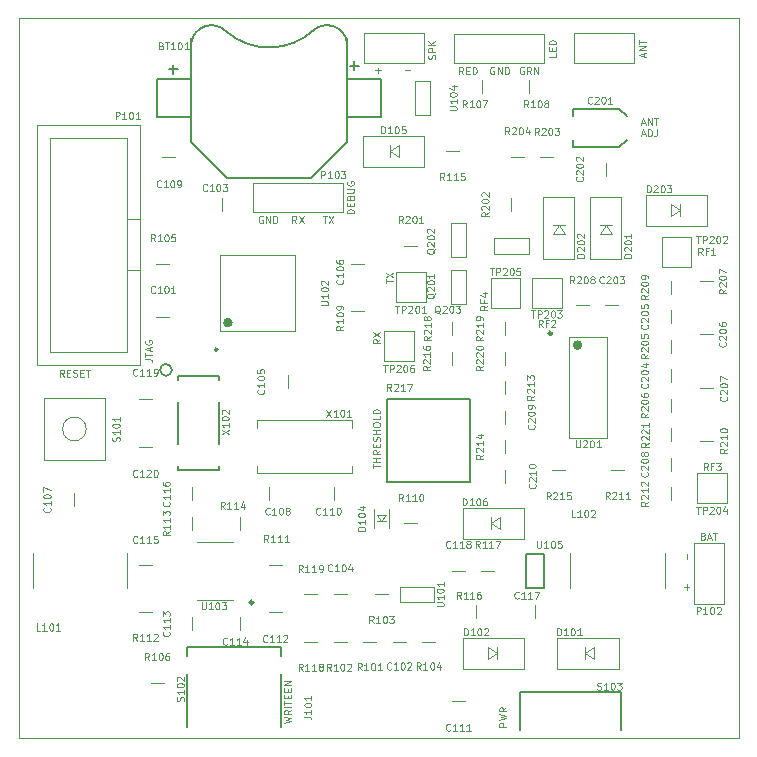
<source format=gto>
%FSLAX34Y34*%
G04 Gerber Fmt 3.4, Leading zero omitted, Abs format*
G04 (created by PCBNEW (2013-12-26 BZR 4576)-product) date Tue 14 Jan 2014 08:15:22 PM EST*
%MOIN*%
G01*
G70*
G90*
G04 APERTURE LIST*
%ADD10C,0.005906*%
%ADD11C,0.003937*%
%ADD12C,0.009843*%
%ADD13C,0.015748*%
%ADD14C,0.011811*%
G04 APERTURE END LIST*
G54D10*
G54D11*
X52761Y-34500D02*
X52874Y-34500D01*
X52739Y-34567D02*
X52817Y-34331D01*
X52896Y-34567D01*
X52975Y-34567D02*
X52975Y-34331D01*
X53110Y-34567D01*
X53110Y-34331D01*
X53188Y-34331D02*
X53323Y-34331D01*
X53256Y-34567D02*
X53256Y-34331D01*
X52767Y-34870D02*
X52879Y-34870D01*
X52744Y-34937D02*
X52823Y-34701D01*
X52902Y-34937D01*
X52980Y-34937D02*
X52980Y-34701D01*
X53037Y-34701D01*
X53070Y-34712D01*
X53093Y-34735D01*
X53104Y-34757D01*
X53115Y-34802D01*
X53115Y-34836D01*
X53104Y-34881D01*
X53093Y-34903D01*
X53070Y-34926D01*
X53037Y-34937D01*
X52980Y-34937D01*
X53284Y-34701D02*
X53284Y-34870D01*
X53273Y-34903D01*
X53250Y-34926D01*
X53217Y-34937D01*
X53194Y-34937D01*
X33515Y-42941D02*
X33436Y-42829D01*
X33380Y-42941D02*
X33380Y-42705D01*
X33470Y-42705D01*
X33492Y-42716D01*
X33503Y-42727D01*
X33515Y-42750D01*
X33515Y-42784D01*
X33503Y-42806D01*
X33492Y-42817D01*
X33470Y-42829D01*
X33380Y-42829D01*
X33616Y-42817D02*
X33695Y-42817D01*
X33728Y-42941D02*
X33616Y-42941D01*
X33616Y-42705D01*
X33728Y-42705D01*
X33818Y-42930D02*
X33852Y-42941D01*
X33908Y-42941D01*
X33931Y-42930D01*
X33942Y-42919D01*
X33953Y-42896D01*
X33953Y-42874D01*
X33942Y-42851D01*
X33931Y-42840D01*
X33908Y-42829D01*
X33863Y-42817D01*
X33841Y-42806D01*
X33830Y-42795D01*
X33818Y-42772D01*
X33818Y-42750D01*
X33830Y-42727D01*
X33841Y-42716D01*
X33863Y-42705D01*
X33920Y-42705D01*
X33953Y-42716D01*
X34055Y-42817D02*
X34133Y-42817D01*
X34167Y-42941D02*
X34055Y-42941D01*
X34055Y-42705D01*
X34167Y-42705D01*
X34235Y-42705D02*
X34370Y-42705D01*
X34302Y-42941D02*
X34302Y-42705D01*
X36209Y-42362D02*
X36377Y-42362D01*
X36411Y-42373D01*
X36434Y-42395D01*
X36445Y-42429D01*
X36445Y-42452D01*
X36209Y-42283D02*
X36209Y-42148D01*
X36445Y-42215D02*
X36209Y-42215D01*
X36377Y-42080D02*
X36377Y-41968D01*
X36445Y-42103D02*
X36209Y-42024D01*
X36445Y-41946D01*
X36220Y-41743D02*
X36209Y-41766D01*
X36209Y-41799D01*
X36220Y-41833D01*
X36242Y-41856D01*
X36265Y-41867D01*
X36310Y-41878D01*
X36344Y-41878D01*
X36389Y-41867D01*
X36411Y-41856D01*
X36434Y-41833D01*
X36445Y-41799D01*
X36445Y-41777D01*
X36434Y-41743D01*
X36422Y-41732D01*
X36344Y-41732D01*
X36344Y-41777D01*
X43807Y-45989D02*
X43807Y-45854D01*
X44043Y-45922D02*
X43807Y-45922D01*
X44043Y-45776D02*
X43807Y-45776D01*
X43920Y-45776D02*
X43920Y-45641D01*
X44043Y-45641D02*
X43807Y-45641D01*
X44043Y-45393D02*
X43931Y-45472D01*
X44043Y-45528D02*
X43807Y-45528D01*
X43807Y-45438D01*
X43818Y-45416D01*
X43830Y-45404D01*
X43852Y-45393D01*
X43886Y-45393D01*
X43908Y-45404D01*
X43920Y-45416D01*
X43931Y-45438D01*
X43931Y-45528D01*
X43920Y-45292D02*
X43920Y-45213D01*
X44043Y-45179D02*
X44043Y-45292D01*
X43807Y-45292D01*
X43807Y-45179D01*
X44032Y-45089D02*
X44043Y-45056D01*
X44043Y-45000D01*
X44032Y-44977D01*
X44021Y-44966D01*
X43998Y-44955D01*
X43976Y-44955D01*
X43953Y-44966D01*
X43942Y-44977D01*
X43931Y-45000D01*
X43920Y-45044D01*
X43908Y-45067D01*
X43897Y-45078D01*
X43875Y-45089D01*
X43852Y-45089D01*
X43830Y-45078D01*
X43818Y-45067D01*
X43807Y-45044D01*
X43807Y-44988D01*
X43818Y-44955D01*
X44043Y-44853D02*
X43807Y-44853D01*
X43920Y-44853D02*
X43920Y-44718D01*
X44043Y-44718D02*
X43807Y-44718D01*
X43807Y-44561D02*
X43807Y-44516D01*
X43818Y-44493D01*
X43841Y-44471D01*
X43886Y-44460D01*
X43965Y-44460D01*
X44010Y-44471D01*
X44032Y-44493D01*
X44043Y-44516D01*
X44043Y-44561D01*
X44032Y-44583D01*
X44010Y-44606D01*
X43965Y-44617D01*
X43886Y-44617D01*
X43841Y-44606D01*
X43818Y-44583D01*
X43807Y-44561D01*
X44043Y-44246D02*
X44043Y-44358D01*
X43807Y-44358D01*
X44043Y-44167D02*
X43807Y-44167D01*
X43807Y-44111D01*
X43818Y-44077D01*
X43841Y-44055D01*
X43863Y-44043D01*
X43908Y-44032D01*
X43942Y-44032D01*
X43987Y-44043D01*
X44010Y-44055D01*
X44032Y-44077D01*
X44043Y-44111D01*
X44043Y-44167D01*
X54977Y-46051D02*
X54898Y-45939D01*
X54842Y-46051D02*
X54842Y-45815D01*
X54932Y-45815D01*
X54955Y-45826D01*
X54966Y-45838D01*
X54977Y-45860D01*
X54977Y-45894D01*
X54966Y-45916D01*
X54955Y-45928D01*
X54932Y-45939D01*
X54842Y-45939D01*
X55157Y-45928D02*
X55078Y-45928D01*
X55078Y-46051D02*
X55078Y-45815D01*
X55191Y-45815D01*
X55258Y-45815D02*
X55404Y-45815D01*
X55326Y-45905D01*
X55359Y-45905D01*
X55382Y-45916D01*
X55393Y-45928D01*
X55404Y-45950D01*
X55404Y-46006D01*
X55393Y-46029D01*
X55382Y-46040D01*
X55359Y-46051D01*
X55292Y-46051D01*
X55269Y-46040D01*
X55258Y-46029D01*
X54268Y-50050D02*
X54268Y-49870D01*
X54358Y-49960D02*
X54178Y-49960D01*
X54268Y-49026D02*
X54268Y-48847D01*
X54825Y-48250D02*
X54859Y-48262D01*
X54870Y-48273D01*
X54881Y-48295D01*
X54881Y-48329D01*
X54870Y-48352D01*
X54859Y-48363D01*
X54836Y-48374D01*
X54746Y-48374D01*
X54746Y-48138D01*
X54825Y-48138D01*
X54848Y-48149D01*
X54859Y-48160D01*
X54870Y-48183D01*
X54870Y-48205D01*
X54859Y-48228D01*
X54848Y-48239D01*
X54825Y-48250D01*
X54746Y-48250D01*
X54971Y-48307D02*
X55084Y-48307D01*
X54949Y-48374D02*
X55028Y-48138D01*
X55106Y-48374D01*
X55151Y-48138D02*
X55286Y-48138D01*
X55219Y-48374D02*
X55219Y-48138D01*
X48256Y-54606D02*
X48020Y-54606D01*
X48020Y-54516D01*
X48031Y-54493D01*
X48042Y-54482D01*
X48065Y-54471D01*
X48098Y-54471D01*
X48121Y-54482D01*
X48132Y-54493D01*
X48143Y-54516D01*
X48143Y-54606D01*
X48020Y-54392D02*
X48256Y-54336D01*
X48087Y-54291D01*
X48256Y-54246D01*
X48020Y-54190D01*
X48256Y-53965D02*
X48143Y-54043D01*
X48256Y-54100D02*
X48020Y-54100D01*
X48020Y-54010D01*
X48031Y-53987D01*
X48042Y-53976D01*
X48065Y-53965D01*
X48098Y-53965D01*
X48121Y-53976D01*
X48132Y-53987D01*
X48143Y-54010D01*
X48143Y-54100D01*
X40854Y-54482D02*
X41091Y-54426D01*
X40922Y-54381D01*
X41091Y-54336D01*
X40854Y-54280D01*
X41091Y-54055D02*
X40978Y-54133D01*
X41091Y-54190D02*
X40854Y-54190D01*
X40854Y-54100D01*
X40866Y-54077D01*
X40877Y-54066D01*
X40899Y-54055D01*
X40933Y-54055D01*
X40956Y-54066D01*
X40967Y-54077D01*
X40978Y-54100D01*
X40978Y-54190D01*
X41091Y-53953D02*
X40854Y-53953D01*
X40854Y-53875D02*
X40854Y-53740D01*
X41091Y-53807D02*
X40854Y-53807D01*
X40967Y-53661D02*
X40967Y-53582D01*
X41091Y-53548D02*
X41091Y-53661D01*
X40854Y-53661D01*
X40854Y-53548D01*
X40967Y-53447D02*
X40967Y-53368D01*
X41091Y-53335D02*
X41091Y-53447D01*
X40854Y-53447D01*
X40854Y-53335D01*
X41091Y-53233D02*
X40854Y-53233D01*
X41091Y-53098D01*
X40854Y-53098D01*
X49465Y-41287D02*
X49386Y-41175D01*
X49330Y-41287D02*
X49330Y-41051D01*
X49420Y-41051D01*
X49443Y-41062D01*
X49454Y-41074D01*
X49465Y-41096D01*
X49465Y-41130D01*
X49454Y-41152D01*
X49443Y-41164D01*
X49420Y-41175D01*
X49330Y-41175D01*
X49645Y-41164D02*
X49566Y-41164D01*
X49566Y-41287D02*
X49566Y-41051D01*
X49679Y-41051D01*
X49758Y-41074D02*
X49769Y-41062D01*
X49791Y-41051D01*
X49848Y-41051D01*
X49870Y-41062D01*
X49881Y-41074D01*
X49893Y-41096D01*
X49893Y-41119D01*
X49881Y-41152D01*
X49746Y-41287D01*
X49893Y-41287D01*
X47626Y-40573D02*
X47514Y-40652D01*
X47626Y-40708D02*
X47390Y-40708D01*
X47390Y-40618D01*
X47401Y-40596D01*
X47412Y-40584D01*
X47435Y-40573D01*
X47469Y-40573D01*
X47491Y-40584D01*
X47502Y-40596D01*
X47514Y-40618D01*
X47514Y-40708D01*
X47502Y-40393D02*
X47502Y-40472D01*
X47626Y-40472D02*
X47390Y-40472D01*
X47390Y-40359D01*
X47469Y-40168D02*
X47626Y-40168D01*
X47379Y-40224D02*
X47547Y-40281D01*
X47547Y-40134D01*
X54797Y-38886D02*
X54718Y-38773D01*
X54662Y-38886D02*
X54662Y-38650D01*
X54752Y-38650D01*
X54775Y-38661D01*
X54786Y-38672D01*
X54797Y-38695D01*
X54797Y-38728D01*
X54786Y-38751D01*
X54775Y-38762D01*
X54752Y-38773D01*
X54662Y-38773D01*
X54977Y-38762D02*
X54898Y-38762D01*
X54898Y-38886D02*
X54898Y-38650D01*
X55011Y-38650D01*
X55224Y-38886D02*
X55089Y-38886D01*
X55157Y-38886D02*
X55157Y-38650D01*
X55134Y-38683D01*
X55112Y-38706D01*
X55089Y-38717D01*
X48835Y-32637D02*
X48813Y-32626D01*
X48779Y-32626D01*
X48745Y-32637D01*
X48723Y-32660D01*
X48712Y-32682D01*
X48700Y-32727D01*
X48700Y-32761D01*
X48712Y-32806D01*
X48723Y-32829D01*
X48745Y-32851D01*
X48779Y-32862D01*
X48802Y-32862D01*
X48835Y-32851D01*
X48847Y-32840D01*
X48847Y-32761D01*
X48802Y-32761D01*
X49083Y-32862D02*
X49004Y-32750D01*
X48948Y-32862D02*
X48948Y-32626D01*
X49038Y-32626D01*
X49060Y-32637D01*
X49071Y-32649D01*
X49083Y-32671D01*
X49083Y-32705D01*
X49071Y-32727D01*
X49060Y-32739D01*
X49038Y-32750D01*
X48948Y-32750D01*
X49184Y-32862D02*
X49184Y-32626D01*
X49319Y-32862D01*
X49319Y-32626D01*
X47851Y-32637D02*
X47829Y-32626D01*
X47795Y-32626D01*
X47761Y-32637D01*
X47739Y-32660D01*
X47727Y-32682D01*
X47716Y-32727D01*
X47716Y-32761D01*
X47727Y-32806D01*
X47739Y-32829D01*
X47761Y-32851D01*
X47795Y-32862D01*
X47817Y-32862D01*
X47851Y-32851D01*
X47862Y-32840D01*
X47862Y-32761D01*
X47817Y-32761D01*
X47964Y-32862D02*
X47964Y-32626D01*
X48098Y-32862D01*
X48098Y-32626D01*
X48211Y-32862D02*
X48211Y-32626D01*
X48267Y-32626D01*
X48301Y-32637D01*
X48323Y-32660D01*
X48335Y-32682D01*
X48346Y-32727D01*
X48346Y-32761D01*
X48335Y-32806D01*
X48323Y-32829D01*
X48301Y-32851D01*
X48267Y-32862D01*
X48211Y-32862D01*
X46816Y-32862D02*
X46737Y-32750D01*
X46681Y-32862D02*
X46681Y-32626D01*
X46771Y-32626D01*
X46794Y-32637D01*
X46805Y-32649D01*
X46816Y-32671D01*
X46816Y-32705D01*
X46805Y-32727D01*
X46794Y-32739D01*
X46771Y-32750D01*
X46681Y-32750D01*
X46917Y-32739D02*
X46996Y-32739D01*
X47030Y-32862D02*
X46917Y-32862D01*
X46917Y-32626D01*
X47030Y-32626D01*
X47131Y-32862D02*
X47131Y-32626D01*
X47187Y-32626D01*
X47221Y-32637D01*
X47244Y-32660D01*
X47255Y-32682D01*
X47266Y-32727D01*
X47266Y-32761D01*
X47255Y-32806D01*
X47244Y-32829D01*
X47221Y-32851D01*
X47187Y-32862D01*
X47131Y-32862D01*
X52834Y-32277D02*
X52834Y-32165D01*
X52902Y-32300D02*
X52665Y-32221D01*
X52902Y-32142D01*
X52902Y-32064D02*
X52665Y-32064D01*
X52902Y-31929D01*
X52665Y-31929D01*
X52665Y-31850D02*
X52665Y-31715D01*
X52902Y-31782D02*
X52665Y-31782D01*
X49910Y-32159D02*
X49910Y-32272D01*
X49673Y-32272D01*
X49786Y-32080D02*
X49786Y-32002D01*
X49910Y-31968D02*
X49910Y-32080D01*
X49673Y-32080D01*
X49673Y-31968D01*
X49910Y-31867D02*
X49673Y-31867D01*
X49673Y-31811D01*
X49685Y-31777D01*
X49707Y-31754D01*
X49730Y-31743D01*
X49775Y-31732D01*
X49808Y-31732D01*
X49853Y-31743D01*
X49876Y-31754D01*
X49898Y-31777D01*
X49910Y-31811D01*
X49910Y-31867D01*
X45883Y-32350D02*
X45894Y-32317D01*
X45894Y-32260D01*
X45883Y-32238D01*
X45871Y-32227D01*
X45849Y-32215D01*
X45826Y-32215D01*
X45804Y-32227D01*
X45793Y-32238D01*
X45781Y-32260D01*
X45770Y-32305D01*
X45759Y-32328D01*
X45748Y-32339D01*
X45725Y-32350D01*
X45703Y-32350D01*
X45680Y-32339D01*
X45669Y-32328D01*
X45658Y-32305D01*
X45658Y-32249D01*
X45669Y-32215D01*
X45894Y-32114D02*
X45658Y-32114D01*
X45658Y-32024D01*
X45669Y-32002D01*
X45680Y-31991D01*
X45703Y-31979D01*
X45736Y-31979D01*
X45759Y-31991D01*
X45770Y-32002D01*
X45781Y-32024D01*
X45781Y-32114D01*
X45894Y-31878D02*
X45658Y-31878D01*
X45894Y-31743D02*
X45759Y-31844D01*
X45658Y-31743D02*
X45793Y-31878D01*
X43886Y-32733D02*
X44066Y-32733D01*
X43976Y-32823D02*
X43976Y-32643D01*
X44870Y-32733D02*
X45050Y-32733D01*
X44043Y-41692D02*
X43931Y-41771D01*
X44043Y-41827D02*
X43807Y-41827D01*
X43807Y-41737D01*
X43818Y-41715D01*
X43830Y-41704D01*
X43852Y-41692D01*
X43886Y-41692D01*
X43908Y-41704D01*
X43920Y-41715D01*
X43931Y-41737D01*
X43931Y-41827D01*
X43807Y-41614D02*
X44043Y-41456D01*
X43807Y-41456D02*
X44043Y-41614D01*
X44240Y-39825D02*
X44240Y-39690D01*
X44476Y-39758D02*
X44240Y-39758D01*
X44240Y-39634D02*
X44476Y-39476D01*
X44240Y-39476D02*
X44476Y-39634D01*
X42142Y-37587D02*
X42277Y-37587D01*
X42210Y-37823D02*
X42210Y-37587D01*
X42334Y-37587D02*
X42491Y-37823D01*
X42491Y-37587D02*
X42334Y-37823D01*
X41259Y-37823D02*
X41181Y-37710D01*
X41124Y-37823D02*
X41124Y-37587D01*
X41214Y-37587D01*
X41237Y-37598D01*
X41248Y-37609D01*
X41259Y-37632D01*
X41259Y-37665D01*
X41248Y-37688D01*
X41237Y-37699D01*
X41214Y-37710D01*
X41124Y-37710D01*
X41338Y-37587D02*
X41496Y-37823D01*
X41496Y-37587D02*
X41338Y-37823D01*
X40134Y-37598D02*
X40112Y-37587D01*
X40078Y-37587D01*
X40044Y-37598D01*
X40022Y-37620D01*
X40011Y-37643D01*
X40000Y-37688D01*
X40000Y-37722D01*
X40011Y-37767D01*
X40022Y-37789D01*
X40044Y-37812D01*
X40078Y-37823D01*
X40101Y-37823D01*
X40134Y-37812D01*
X40146Y-37800D01*
X40146Y-37722D01*
X40101Y-37722D01*
X40247Y-37823D02*
X40247Y-37587D01*
X40382Y-37823D01*
X40382Y-37587D01*
X40494Y-37823D02*
X40494Y-37587D01*
X40551Y-37587D01*
X40584Y-37598D01*
X40607Y-37620D01*
X40618Y-37643D01*
X40629Y-37688D01*
X40629Y-37722D01*
X40618Y-37767D01*
X40607Y-37789D01*
X40584Y-37812D01*
X40551Y-37823D01*
X40494Y-37823D01*
X43177Y-37497D02*
X42941Y-37497D01*
X42941Y-37440D01*
X42952Y-37407D01*
X42975Y-37384D01*
X42997Y-37373D01*
X43042Y-37362D01*
X43076Y-37362D01*
X43121Y-37373D01*
X43143Y-37384D01*
X43166Y-37407D01*
X43177Y-37440D01*
X43177Y-37497D01*
X43053Y-37260D02*
X43053Y-37182D01*
X43177Y-37148D02*
X43177Y-37260D01*
X42941Y-37260D01*
X42941Y-37148D01*
X43053Y-36968D02*
X43065Y-36934D01*
X43076Y-36923D01*
X43098Y-36912D01*
X43132Y-36912D01*
X43155Y-36923D01*
X43166Y-36934D01*
X43177Y-36957D01*
X43177Y-37047D01*
X42941Y-37047D01*
X42941Y-36968D01*
X42952Y-36946D01*
X42964Y-36934D01*
X42986Y-36923D01*
X43008Y-36923D01*
X43031Y-36934D01*
X43042Y-36946D01*
X43053Y-36968D01*
X43053Y-37047D01*
X42941Y-36811D02*
X43132Y-36811D01*
X43155Y-36799D01*
X43166Y-36788D01*
X43177Y-36766D01*
X43177Y-36721D01*
X43166Y-36698D01*
X43155Y-36687D01*
X43132Y-36676D01*
X42941Y-36676D01*
X42952Y-36439D02*
X42941Y-36462D01*
X42941Y-36496D01*
X42952Y-36529D01*
X42975Y-36552D01*
X42997Y-36563D01*
X43042Y-36574D01*
X43076Y-36574D01*
X43121Y-36563D01*
X43143Y-36552D01*
X43166Y-36529D01*
X43177Y-36496D01*
X43177Y-36473D01*
X43166Y-36439D01*
X43155Y-36428D01*
X43076Y-36428D01*
X43076Y-36473D01*
X32000Y-55000D02*
X32000Y-31000D01*
X56000Y-55000D02*
X32000Y-55000D01*
X56000Y-31000D02*
X56000Y-55000D01*
X32000Y-31000D02*
X56000Y-31000D01*
G54D10*
X38910Y-31429D02*
G75*
G03X41875Y-31358I1443J1653D01*
G74*
G01*
X38926Y-31440D02*
G75*
G03X37752Y-31834I-495J-470D01*
G74*
G01*
X41781Y-31440D02*
G75*
G02X42956Y-31834I495J-470D01*
G74*
G01*
X42954Y-35121D02*
X42954Y-31661D01*
X37754Y-35121D02*
X37754Y-31661D01*
X41759Y-36316D02*
X42954Y-35121D01*
X38949Y-36316D02*
X37754Y-35121D01*
X38949Y-36316D02*
X41759Y-36316D01*
X44079Y-34286D02*
X42949Y-34286D01*
X44079Y-33036D02*
X44079Y-34286D01*
X44079Y-33036D02*
X42949Y-33036D01*
X36629Y-34286D02*
X37759Y-34286D01*
X36629Y-33036D02*
X36629Y-34286D01*
X36629Y-33036D02*
X37759Y-33036D01*
G54D11*
X36594Y-40944D02*
X37027Y-40944D01*
X44901Y-51771D02*
X44468Y-51771D01*
X38779Y-36988D02*
X38779Y-37421D01*
X42500Y-50196D02*
X42933Y-50196D01*
X40984Y-43326D02*
X40984Y-42893D01*
X43523Y-39173D02*
X43090Y-39173D01*
X33858Y-47263D02*
X33858Y-46830D01*
X40354Y-46633D02*
X40354Y-47066D01*
X37224Y-35629D02*
X36791Y-35629D01*
X42519Y-47066D02*
X42519Y-46633D01*
X46870Y-53740D02*
X46437Y-53740D01*
X40767Y-50787D02*
X40334Y-50787D01*
X37795Y-50964D02*
X37795Y-51397D01*
X39370Y-50964D02*
X39370Y-51397D01*
X36437Y-49212D02*
X36003Y-49212D01*
X37795Y-46633D02*
X37795Y-47066D01*
X49212Y-51003D02*
X49212Y-50570D01*
X46437Y-49409D02*
X46870Y-49409D01*
X36003Y-43700D02*
X36437Y-43700D01*
X36437Y-45275D02*
X36003Y-45275D01*
G54D10*
X50492Y-35275D02*
X50492Y-35039D01*
X50492Y-35275D02*
X52027Y-35275D01*
X52027Y-35275D02*
X52263Y-35039D01*
X52263Y-34251D02*
X52027Y-34015D01*
X52027Y-34015D02*
X50492Y-34015D01*
X50492Y-34015D02*
X50492Y-34251D01*
G54D11*
X51574Y-36240D02*
X51574Y-35807D01*
X51555Y-40551D02*
X51988Y-40551D01*
X53740Y-42696D02*
X53740Y-43129D01*
X53740Y-40728D02*
X53740Y-41161D01*
X55137Y-41535D02*
X54704Y-41535D01*
X55137Y-43307D02*
X54704Y-43307D01*
X53740Y-46082D02*
X53740Y-45649D01*
X48228Y-44074D02*
X48228Y-44507D01*
X48228Y-46043D02*
X48228Y-46476D01*
X50885Y-52362D02*
X50885Y-51968D01*
X51181Y-52362D02*
X51181Y-51968D01*
X51181Y-51968D02*
X50885Y-52165D01*
X50885Y-52165D02*
X51181Y-52362D01*
X52007Y-52677D02*
X49960Y-52677D01*
X49960Y-52677D02*
X49960Y-51653D01*
X49960Y-51653D02*
X52007Y-51653D01*
X52007Y-51653D02*
X52007Y-52677D01*
X47933Y-51968D02*
X47933Y-52362D01*
X47637Y-51968D02*
X47637Y-52362D01*
X47637Y-52362D02*
X47933Y-52165D01*
X47933Y-52165D02*
X47637Y-51968D01*
X46811Y-51653D02*
X48858Y-51653D01*
X48858Y-51653D02*
X48858Y-52677D01*
X48858Y-52677D02*
X46811Y-52677D01*
X46811Y-52677D02*
X46811Y-51653D01*
X43937Y-47755D02*
X44251Y-47755D01*
X44251Y-47559D02*
X43937Y-47559D01*
X43937Y-47559D02*
X44094Y-47755D01*
X44094Y-47755D02*
X44251Y-47559D01*
X43858Y-47362D02*
X43858Y-47992D01*
X44330Y-47362D02*
X44330Y-47992D01*
X44389Y-35629D02*
X44389Y-35236D01*
X44685Y-35629D02*
X44685Y-35236D01*
X44685Y-35236D02*
X44389Y-35433D01*
X44389Y-35433D02*
X44685Y-35629D01*
X45511Y-35944D02*
X43464Y-35944D01*
X43464Y-35944D02*
X43464Y-34921D01*
X43464Y-34921D02*
X45511Y-34921D01*
X45511Y-34921D02*
X45511Y-35944D01*
X47736Y-48031D02*
X47736Y-47637D01*
X48031Y-48031D02*
X48031Y-47637D01*
X48031Y-47637D02*
X47736Y-47834D01*
X47736Y-47834D02*
X48031Y-48031D01*
X48858Y-48346D02*
X46811Y-48346D01*
X46811Y-48346D02*
X46811Y-47322D01*
X46811Y-47322D02*
X48858Y-47322D01*
X48858Y-47322D02*
X48858Y-48346D01*
X51377Y-37893D02*
X51771Y-37893D01*
X51377Y-38188D02*
X51771Y-38188D01*
X51771Y-38188D02*
X51574Y-37893D01*
X51574Y-37893D02*
X51377Y-38188D01*
X51062Y-39015D02*
X51062Y-36968D01*
X51062Y-36968D02*
X52086Y-36968D01*
X52086Y-36968D02*
X52086Y-39015D01*
X52086Y-39015D02*
X51062Y-39015D01*
X49803Y-37893D02*
X50196Y-37893D01*
X49803Y-38188D02*
X50196Y-38188D01*
X50196Y-38188D02*
X50000Y-37893D01*
X50000Y-37893D02*
X49803Y-38188D01*
X49488Y-39015D02*
X49488Y-36968D01*
X49488Y-36968D02*
X50511Y-36968D01*
X50511Y-36968D02*
X50511Y-39015D01*
X50511Y-39015D02*
X49488Y-39015D01*
X54035Y-37204D02*
X54035Y-37598D01*
X53740Y-37204D02*
X53740Y-37598D01*
X53740Y-37598D02*
X54035Y-37401D01*
X54035Y-37401D02*
X53740Y-37204D01*
X52913Y-36889D02*
X54960Y-36889D01*
X54960Y-36889D02*
X54960Y-37913D01*
X54960Y-37913D02*
X52913Y-37913D01*
X52913Y-37913D02*
X52913Y-36889D01*
X32480Y-48818D02*
X32480Y-50000D01*
X35629Y-48818D02*
X35629Y-50000D01*
X50393Y-48818D02*
X50393Y-50000D01*
X53543Y-48818D02*
X53543Y-50000D01*
X35622Y-37704D02*
X36055Y-37704D01*
X35622Y-39397D02*
X36055Y-39397D01*
X35622Y-42124D02*
X33062Y-42124D01*
X33062Y-42124D02*
X33062Y-34978D01*
X33062Y-34978D02*
X35622Y-34978D01*
X35622Y-42124D02*
X35622Y-34978D01*
X32629Y-42557D02*
X32629Y-34545D01*
X32629Y-34545D02*
X36055Y-34545D01*
X36055Y-34545D02*
X36055Y-42557D01*
X36055Y-42557D02*
X32629Y-42557D01*
X55500Y-48500D02*
X55500Y-50507D01*
X55500Y-50507D02*
X54500Y-50507D01*
X54500Y-50507D02*
X54500Y-48500D01*
X54500Y-48500D02*
X55500Y-48500D01*
X42814Y-37460D02*
X39822Y-37460D01*
X39822Y-37460D02*
X39822Y-36476D01*
X39822Y-36476D02*
X42814Y-36476D01*
X42814Y-36476D02*
X42814Y-37460D01*
X46507Y-31507D02*
X49500Y-31507D01*
X49500Y-31507D02*
X49500Y-32492D01*
X49500Y-32492D02*
X46507Y-32492D01*
X46507Y-32492D02*
X46507Y-31507D01*
X43500Y-31500D02*
X45507Y-31500D01*
X45507Y-31500D02*
X45507Y-32500D01*
X45507Y-32500D02*
X43500Y-32500D01*
X43500Y-32500D02*
X43500Y-31500D01*
X50500Y-31500D02*
X52507Y-31500D01*
X52507Y-31500D02*
X52507Y-32500D01*
X52507Y-32500D02*
X50500Y-32500D01*
X50500Y-32500D02*
X50500Y-31500D01*
X46397Y-37814D02*
X46909Y-37814D01*
X46909Y-37814D02*
X46909Y-38956D01*
X46397Y-38956D02*
X46909Y-38956D01*
X46397Y-38956D02*
X46397Y-37814D01*
X48996Y-38326D02*
X48996Y-38838D01*
X48996Y-38838D02*
X47854Y-38838D01*
X47854Y-38326D02*
X47854Y-38838D01*
X47854Y-38326D02*
X48996Y-38326D01*
X46397Y-39389D02*
X46909Y-39389D01*
X46909Y-39389D02*
X46909Y-40531D01*
X46397Y-40531D02*
X46909Y-40531D01*
X46397Y-40531D02*
X46397Y-39389D01*
X43917Y-51771D02*
X43484Y-51771D01*
X42933Y-51771D02*
X42500Y-51771D01*
X44311Y-50196D02*
X43877Y-50196D01*
X45452Y-51771D02*
X45885Y-51771D01*
X36594Y-39173D02*
X37027Y-39173D01*
X36830Y-53149D02*
X36397Y-53149D01*
X47440Y-33484D02*
X47440Y-33051D01*
X49015Y-33051D02*
X49015Y-33484D01*
X43523Y-40748D02*
X43090Y-40748D01*
X44862Y-47834D02*
X45295Y-47834D01*
X40334Y-49212D02*
X40767Y-49212D01*
X36437Y-50787D02*
X36003Y-50787D01*
X37795Y-47618D02*
X37795Y-48051D01*
X39370Y-47618D02*
X39370Y-48051D01*
X46673Y-35433D02*
X46240Y-35433D01*
X47244Y-50570D02*
X47244Y-51003D01*
X47421Y-49409D02*
X47854Y-49409D01*
X41515Y-51771D02*
X41948Y-51771D01*
X41515Y-50196D02*
X41948Y-50196D01*
X45295Y-38582D02*
X44862Y-38582D01*
X48425Y-36988D02*
X48425Y-37421D01*
X49389Y-35629D02*
X49822Y-35629D01*
X48838Y-35629D02*
X48405Y-35629D01*
X53740Y-41712D02*
X53740Y-42145D01*
X53740Y-43681D02*
X53740Y-44114D01*
X55137Y-39763D02*
X54704Y-39763D01*
X50570Y-40551D02*
X51003Y-40551D01*
X53740Y-39744D02*
X53740Y-40177D01*
X54704Y-45078D02*
X55137Y-45078D01*
X52185Y-46062D02*
X51751Y-46062D01*
X53740Y-46633D02*
X53740Y-47066D01*
X48228Y-43090D02*
X48228Y-43523D01*
X48228Y-45492D02*
X48228Y-45059D01*
X49783Y-46062D02*
X50216Y-46062D01*
X46456Y-42539D02*
X46456Y-42106D01*
G54D10*
X47047Y-43700D02*
X47047Y-46456D01*
X47047Y-46456D02*
X44291Y-46456D01*
X44291Y-46456D02*
X44291Y-43700D01*
X44291Y-43700D02*
X47047Y-43700D01*
G54D11*
X46456Y-41122D02*
X46456Y-41555D01*
X48228Y-41555D02*
X48228Y-41122D01*
X48228Y-42539D02*
X48228Y-42106D01*
X53740Y-45098D02*
X53740Y-44665D01*
X34251Y-44685D02*
G75*
G03X34251Y-44685I-393J0D01*
G74*
G01*
X32834Y-45708D02*
X32834Y-43661D01*
X32834Y-43661D02*
X34881Y-43661D01*
X34881Y-43661D02*
X34881Y-45708D01*
X34881Y-45708D02*
X32834Y-45708D01*
G54D10*
X48700Y-54724D02*
X48700Y-53464D01*
X48700Y-53464D02*
X52086Y-53464D01*
X52086Y-53464D02*
X52086Y-54724D01*
G54D11*
X44586Y-39468D02*
X45570Y-39468D01*
X45570Y-39468D02*
X45570Y-40452D01*
X45570Y-40452D02*
X44586Y-40452D01*
X44586Y-40452D02*
X44586Y-39468D01*
X53444Y-38287D02*
X54429Y-38287D01*
X54429Y-38287D02*
X54429Y-39271D01*
X54429Y-39271D02*
X53444Y-39271D01*
X53444Y-39271D02*
X53444Y-38287D01*
X49114Y-39665D02*
X50098Y-39665D01*
X50098Y-39665D02*
X50098Y-40649D01*
X50098Y-40649D02*
X49114Y-40649D01*
X49114Y-40649D02*
X49114Y-39665D01*
X54625Y-46161D02*
X55610Y-46161D01*
X55610Y-46161D02*
X55610Y-47145D01*
X55610Y-47145D02*
X54625Y-47145D01*
X54625Y-47145D02*
X54625Y-46161D01*
X47736Y-39665D02*
X48720Y-39665D01*
X48720Y-39665D02*
X48720Y-40649D01*
X48720Y-40649D02*
X47736Y-40649D01*
X47736Y-40649D02*
X47736Y-39665D01*
X44192Y-41437D02*
X45177Y-41437D01*
X45177Y-41437D02*
X45177Y-42421D01*
X45177Y-42421D02*
X44192Y-42421D01*
X44192Y-42421D02*
X44192Y-41437D01*
X44704Y-50452D02*
X44704Y-49940D01*
X44704Y-49940D02*
X45846Y-49940D01*
X45846Y-50452D02*
X45846Y-49940D01*
X45846Y-50452D02*
X44704Y-50452D01*
G54D12*
X38622Y-42047D02*
G75*
G03X38622Y-42047I-39J0D01*
G74*
G01*
G54D13*
X39055Y-41141D02*
G75*
G03X39055Y-41141I-78J0D01*
G74*
G01*
G54D11*
X38700Y-41417D02*
X38700Y-38897D01*
X38700Y-38897D02*
X41220Y-38897D01*
X41220Y-38897D02*
X41220Y-41417D01*
X41220Y-41417D02*
X38700Y-41417D01*
G54D14*
X39803Y-50472D02*
G75*
G03X39803Y-50472I-39J0D01*
G74*
G01*
G54D11*
X39133Y-50374D02*
X37952Y-50374D01*
X37952Y-48444D02*
X39133Y-48444D01*
X45728Y-34232D02*
X45216Y-34232D01*
X45216Y-34232D02*
X45216Y-33090D01*
X45728Y-33090D02*
X45216Y-33090D01*
X45728Y-33090D02*
X45728Y-34232D01*
G54D10*
X48897Y-48838D02*
X49527Y-48838D01*
X49527Y-48838D02*
X49527Y-49980D01*
X49527Y-49980D02*
X48897Y-49980D01*
X48897Y-49980D02*
X48897Y-48838D01*
G54D14*
X49763Y-41496D02*
G75*
G03X49763Y-41496I-39J0D01*
G74*
G01*
G54D13*
X50708Y-41889D02*
G75*
G03X50708Y-41889I-78J0D01*
G74*
G01*
G54D11*
X50354Y-41614D02*
X51614Y-41614D01*
X51614Y-41614D02*
X51614Y-45000D01*
X51614Y-45000D02*
X50354Y-45000D01*
X50354Y-45000D02*
X50354Y-41614D01*
X43110Y-45905D02*
X43110Y-46161D01*
X39960Y-46161D02*
X43110Y-46161D01*
X39960Y-46161D02*
X39960Y-45905D01*
X39960Y-44645D02*
X39960Y-44389D01*
X39960Y-44389D02*
X43110Y-44389D01*
X43110Y-44389D02*
X43110Y-44645D01*
G54D10*
X37598Y-52854D02*
X37598Y-54625D01*
X40748Y-54625D02*
X40748Y-52854D01*
X40748Y-51968D02*
X40748Y-52263D01*
X37598Y-51968D02*
X37598Y-52263D01*
X40748Y-51968D02*
X37598Y-51968D01*
X37106Y-42716D02*
G75*
G03X37106Y-42716I-196J0D01*
G74*
G01*
X37303Y-43070D02*
X37303Y-42933D01*
X37303Y-45196D02*
X37303Y-43779D01*
X38681Y-46043D02*
X38681Y-45905D01*
X38681Y-46043D02*
X37303Y-46043D01*
X37303Y-45905D02*
X37303Y-46043D01*
X38681Y-43779D02*
X38681Y-45196D01*
X37303Y-42933D02*
X38681Y-42933D01*
X38681Y-42933D02*
X38681Y-43070D01*
G54D11*
X36754Y-31912D02*
X36788Y-31923D01*
X36799Y-31934D01*
X36811Y-31957D01*
X36811Y-31991D01*
X36799Y-32013D01*
X36788Y-32024D01*
X36766Y-32035D01*
X36676Y-32035D01*
X36676Y-31799D01*
X36754Y-31799D01*
X36777Y-31811D01*
X36788Y-31822D01*
X36799Y-31844D01*
X36799Y-31867D01*
X36788Y-31889D01*
X36777Y-31901D01*
X36754Y-31912D01*
X36676Y-31912D01*
X36878Y-31799D02*
X37013Y-31799D01*
X36946Y-32035D02*
X36946Y-31799D01*
X37215Y-32035D02*
X37080Y-32035D01*
X37148Y-32035D02*
X37148Y-31799D01*
X37125Y-31833D01*
X37103Y-31856D01*
X37080Y-31867D01*
X37362Y-31799D02*
X37384Y-31799D01*
X37407Y-31811D01*
X37418Y-31822D01*
X37429Y-31844D01*
X37440Y-31889D01*
X37440Y-31946D01*
X37429Y-31991D01*
X37418Y-32013D01*
X37407Y-32024D01*
X37384Y-32035D01*
X37362Y-32035D01*
X37339Y-32024D01*
X37328Y-32013D01*
X37317Y-31991D01*
X37305Y-31946D01*
X37305Y-31889D01*
X37317Y-31844D01*
X37328Y-31822D01*
X37339Y-31811D01*
X37362Y-31799D01*
X37665Y-32035D02*
X37530Y-32035D01*
X37598Y-32035D02*
X37598Y-31799D01*
X37575Y-31833D01*
X37553Y-31856D01*
X37530Y-31867D01*
G54D10*
X37004Y-32689D02*
X37304Y-32689D01*
X37154Y-32839D02*
X37154Y-32539D01*
X43038Y-32587D02*
X43338Y-32587D01*
X43188Y-32737D02*
X43188Y-32437D01*
G54D11*
X36546Y-40129D02*
X36535Y-40140D01*
X36501Y-40151D01*
X36479Y-40151D01*
X36445Y-40140D01*
X36422Y-40117D01*
X36411Y-40095D01*
X36400Y-40050D01*
X36400Y-40016D01*
X36411Y-39971D01*
X36422Y-39949D01*
X36445Y-39926D01*
X36479Y-39915D01*
X36501Y-39915D01*
X36535Y-39926D01*
X36546Y-39938D01*
X36771Y-40151D02*
X36636Y-40151D01*
X36704Y-40151D02*
X36704Y-39915D01*
X36681Y-39949D01*
X36659Y-39971D01*
X36636Y-39983D01*
X36917Y-39915D02*
X36940Y-39915D01*
X36962Y-39926D01*
X36974Y-39938D01*
X36985Y-39960D01*
X36996Y-40005D01*
X36996Y-40061D01*
X36985Y-40106D01*
X36974Y-40129D01*
X36962Y-40140D01*
X36940Y-40151D01*
X36917Y-40151D01*
X36895Y-40140D01*
X36884Y-40129D01*
X36872Y-40106D01*
X36861Y-40061D01*
X36861Y-40005D01*
X36872Y-39960D01*
X36884Y-39938D01*
X36895Y-39926D01*
X36917Y-39915D01*
X37221Y-40151D02*
X37086Y-40151D01*
X37154Y-40151D02*
X37154Y-39915D01*
X37131Y-39949D01*
X37109Y-39971D01*
X37086Y-39983D01*
X44420Y-52682D02*
X44409Y-52694D01*
X44375Y-52705D01*
X44353Y-52705D01*
X44319Y-52694D01*
X44296Y-52671D01*
X44285Y-52649D01*
X44274Y-52604D01*
X44274Y-52570D01*
X44285Y-52525D01*
X44296Y-52502D01*
X44319Y-52480D01*
X44353Y-52469D01*
X44375Y-52469D01*
X44409Y-52480D01*
X44420Y-52491D01*
X44645Y-52705D02*
X44510Y-52705D01*
X44578Y-52705D02*
X44578Y-52469D01*
X44555Y-52502D01*
X44533Y-52525D01*
X44510Y-52536D01*
X44791Y-52469D02*
X44814Y-52469D01*
X44836Y-52480D01*
X44848Y-52491D01*
X44859Y-52514D01*
X44870Y-52559D01*
X44870Y-52615D01*
X44859Y-52660D01*
X44848Y-52682D01*
X44836Y-52694D01*
X44814Y-52705D01*
X44791Y-52705D01*
X44769Y-52694D01*
X44758Y-52682D01*
X44746Y-52660D01*
X44735Y-52615D01*
X44735Y-52559D01*
X44746Y-52514D01*
X44758Y-52491D01*
X44769Y-52480D01*
X44791Y-52469D01*
X44960Y-52491D02*
X44971Y-52480D01*
X44994Y-52469D01*
X45050Y-52469D01*
X45073Y-52480D01*
X45084Y-52491D01*
X45095Y-52514D01*
X45095Y-52536D01*
X45084Y-52570D01*
X44949Y-52705D01*
X45095Y-52705D01*
X38278Y-36737D02*
X38267Y-36749D01*
X38233Y-36760D01*
X38211Y-36760D01*
X38177Y-36749D01*
X38155Y-36726D01*
X38143Y-36704D01*
X38132Y-36659D01*
X38132Y-36625D01*
X38143Y-36580D01*
X38155Y-36557D01*
X38177Y-36535D01*
X38211Y-36524D01*
X38233Y-36524D01*
X38267Y-36535D01*
X38278Y-36546D01*
X38503Y-36760D02*
X38368Y-36760D01*
X38436Y-36760D02*
X38436Y-36524D01*
X38413Y-36557D01*
X38391Y-36580D01*
X38368Y-36591D01*
X38650Y-36524D02*
X38672Y-36524D01*
X38695Y-36535D01*
X38706Y-36546D01*
X38717Y-36569D01*
X38728Y-36614D01*
X38728Y-36670D01*
X38717Y-36715D01*
X38706Y-36737D01*
X38695Y-36749D01*
X38672Y-36760D01*
X38650Y-36760D01*
X38627Y-36749D01*
X38616Y-36737D01*
X38605Y-36715D01*
X38593Y-36670D01*
X38593Y-36614D01*
X38605Y-36569D01*
X38616Y-36546D01*
X38627Y-36535D01*
X38650Y-36524D01*
X38807Y-36524D02*
X38953Y-36524D01*
X38875Y-36614D01*
X38908Y-36614D01*
X38931Y-36625D01*
X38942Y-36636D01*
X38953Y-36659D01*
X38953Y-36715D01*
X38942Y-36737D01*
X38931Y-36749D01*
X38908Y-36760D01*
X38841Y-36760D01*
X38818Y-36749D01*
X38807Y-36737D01*
X42452Y-49415D02*
X42440Y-49426D01*
X42407Y-49437D01*
X42384Y-49437D01*
X42350Y-49426D01*
X42328Y-49403D01*
X42317Y-49381D01*
X42305Y-49336D01*
X42305Y-49302D01*
X42317Y-49257D01*
X42328Y-49235D01*
X42350Y-49212D01*
X42384Y-49201D01*
X42407Y-49201D01*
X42440Y-49212D01*
X42452Y-49223D01*
X42677Y-49437D02*
X42542Y-49437D01*
X42609Y-49437D02*
X42609Y-49201D01*
X42587Y-49235D01*
X42564Y-49257D01*
X42542Y-49268D01*
X42823Y-49201D02*
X42845Y-49201D01*
X42868Y-49212D01*
X42879Y-49223D01*
X42890Y-49246D01*
X42902Y-49291D01*
X42902Y-49347D01*
X42890Y-49392D01*
X42879Y-49415D01*
X42868Y-49426D01*
X42845Y-49437D01*
X42823Y-49437D01*
X42800Y-49426D01*
X42789Y-49415D01*
X42778Y-49392D01*
X42767Y-49347D01*
X42767Y-49291D01*
X42778Y-49246D01*
X42789Y-49223D01*
X42800Y-49212D01*
X42823Y-49201D01*
X43104Y-49280D02*
X43104Y-49437D01*
X43048Y-49190D02*
X42992Y-49358D01*
X43138Y-49358D01*
X40168Y-43374D02*
X40179Y-43385D01*
X40191Y-43419D01*
X40191Y-43442D01*
X40179Y-43475D01*
X40157Y-43498D01*
X40134Y-43509D01*
X40089Y-43520D01*
X40056Y-43520D01*
X40011Y-43509D01*
X39988Y-43498D01*
X39966Y-43475D01*
X39954Y-43442D01*
X39954Y-43419D01*
X39966Y-43385D01*
X39977Y-43374D01*
X40191Y-43149D02*
X40191Y-43284D01*
X40191Y-43217D02*
X39954Y-43217D01*
X39988Y-43239D01*
X40011Y-43262D01*
X40022Y-43284D01*
X39954Y-43003D02*
X39954Y-42980D01*
X39966Y-42958D01*
X39977Y-42947D01*
X39999Y-42935D01*
X40044Y-42924D01*
X40101Y-42924D01*
X40146Y-42935D01*
X40168Y-42947D01*
X40179Y-42958D01*
X40191Y-42980D01*
X40191Y-43003D01*
X40179Y-43025D01*
X40168Y-43037D01*
X40146Y-43048D01*
X40101Y-43059D01*
X40044Y-43059D01*
X39999Y-43048D01*
X39977Y-43037D01*
X39966Y-43025D01*
X39954Y-43003D01*
X39954Y-42710D02*
X39954Y-42823D01*
X40067Y-42834D01*
X40056Y-42823D01*
X40044Y-42800D01*
X40044Y-42744D01*
X40056Y-42722D01*
X40067Y-42710D01*
X40089Y-42699D01*
X40146Y-42699D01*
X40168Y-42710D01*
X40179Y-42722D01*
X40191Y-42744D01*
X40191Y-42800D01*
X40179Y-42823D01*
X40168Y-42834D01*
X42800Y-39713D02*
X42812Y-39724D01*
X42823Y-39758D01*
X42823Y-39780D01*
X42812Y-39814D01*
X42789Y-39836D01*
X42767Y-39848D01*
X42722Y-39859D01*
X42688Y-39859D01*
X42643Y-39848D01*
X42620Y-39836D01*
X42598Y-39814D01*
X42587Y-39780D01*
X42587Y-39758D01*
X42598Y-39724D01*
X42609Y-39713D01*
X42823Y-39488D02*
X42823Y-39623D01*
X42823Y-39555D02*
X42587Y-39555D01*
X42620Y-39578D01*
X42643Y-39600D01*
X42654Y-39623D01*
X42587Y-39341D02*
X42587Y-39319D01*
X42598Y-39296D01*
X42609Y-39285D01*
X42632Y-39274D01*
X42677Y-39263D01*
X42733Y-39263D01*
X42778Y-39274D01*
X42800Y-39285D01*
X42812Y-39296D01*
X42823Y-39319D01*
X42823Y-39341D01*
X42812Y-39364D01*
X42800Y-39375D01*
X42778Y-39386D01*
X42733Y-39398D01*
X42677Y-39398D01*
X42632Y-39386D01*
X42609Y-39375D01*
X42598Y-39364D01*
X42587Y-39341D01*
X42587Y-39060D02*
X42587Y-39105D01*
X42598Y-39128D01*
X42609Y-39139D01*
X42643Y-39161D01*
X42688Y-39173D01*
X42778Y-39173D01*
X42800Y-39161D01*
X42812Y-39150D01*
X42823Y-39128D01*
X42823Y-39083D01*
X42812Y-39060D01*
X42800Y-39049D01*
X42778Y-39038D01*
X42722Y-39038D01*
X42699Y-39049D01*
X42688Y-39060D01*
X42677Y-39083D01*
X42677Y-39128D01*
X42688Y-39150D01*
X42699Y-39161D01*
X42722Y-39173D01*
X33042Y-47311D02*
X33053Y-47322D01*
X33065Y-47356D01*
X33065Y-47379D01*
X33053Y-47412D01*
X33031Y-47435D01*
X33008Y-47446D01*
X32963Y-47457D01*
X32930Y-47457D01*
X32885Y-47446D01*
X32862Y-47435D01*
X32840Y-47412D01*
X32828Y-47379D01*
X32828Y-47356D01*
X32840Y-47322D01*
X32851Y-47311D01*
X33065Y-47086D02*
X33065Y-47221D01*
X33065Y-47154D02*
X32828Y-47154D01*
X32862Y-47176D01*
X32885Y-47199D01*
X32896Y-47221D01*
X32828Y-46940D02*
X32828Y-46917D01*
X32840Y-46895D01*
X32851Y-46884D01*
X32873Y-46872D01*
X32918Y-46861D01*
X32975Y-46861D01*
X33020Y-46872D01*
X33042Y-46884D01*
X33053Y-46895D01*
X33065Y-46917D01*
X33065Y-46940D01*
X33053Y-46962D01*
X33042Y-46974D01*
X33020Y-46985D01*
X32975Y-46996D01*
X32918Y-46996D01*
X32873Y-46985D01*
X32851Y-46974D01*
X32840Y-46962D01*
X32828Y-46940D01*
X32828Y-46782D02*
X32828Y-46625D01*
X33065Y-46726D01*
X40365Y-47525D02*
X40354Y-47536D01*
X40320Y-47547D01*
X40298Y-47547D01*
X40264Y-47536D01*
X40241Y-47514D01*
X40230Y-47491D01*
X40219Y-47446D01*
X40219Y-47412D01*
X40230Y-47367D01*
X40241Y-47345D01*
X40264Y-47322D01*
X40298Y-47311D01*
X40320Y-47311D01*
X40354Y-47322D01*
X40365Y-47334D01*
X40590Y-47547D02*
X40455Y-47547D01*
X40523Y-47547D02*
X40523Y-47311D01*
X40500Y-47345D01*
X40478Y-47367D01*
X40455Y-47379D01*
X40736Y-47311D02*
X40759Y-47311D01*
X40781Y-47322D01*
X40793Y-47334D01*
X40804Y-47356D01*
X40815Y-47401D01*
X40815Y-47457D01*
X40804Y-47502D01*
X40793Y-47525D01*
X40781Y-47536D01*
X40759Y-47547D01*
X40736Y-47547D01*
X40714Y-47536D01*
X40703Y-47525D01*
X40691Y-47502D01*
X40680Y-47457D01*
X40680Y-47401D01*
X40691Y-47356D01*
X40703Y-47334D01*
X40714Y-47322D01*
X40736Y-47311D01*
X40950Y-47412D02*
X40928Y-47401D01*
X40916Y-47390D01*
X40905Y-47367D01*
X40905Y-47356D01*
X40916Y-47334D01*
X40928Y-47322D01*
X40950Y-47311D01*
X40995Y-47311D01*
X41017Y-47322D01*
X41029Y-47334D01*
X41040Y-47356D01*
X41040Y-47367D01*
X41029Y-47390D01*
X41017Y-47401D01*
X40995Y-47412D01*
X40950Y-47412D01*
X40928Y-47424D01*
X40916Y-47435D01*
X40905Y-47457D01*
X40905Y-47502D01*
X40916Y-47525D01*
X40928Y-47536D01*
X40950Y-47547D01*
X40995Y-47547D01*
X41017Y-47536D01*
X41029Y-47525D01*
X41040Y-47502D01*
X41040Y-47457D01*
X41029Y-47435D01*
X41017Y-47424D01*
X40995Y-47412D01*
X36743Y-36614D02*
X36732Y-36625D01*
X36698Y-36636D01*
X36676Y-36636D01*
X36642Y-36625D01*
X36619Y-36603D01*
X36608Y-36580D01*
X36597Y-36535D01*
X36597Y-36501D01*
X36608Y-36456D01*
X36619Y-36434D01*
X36642Y-36411D01*
X36676Y-36400D01*
X36698Y-36400D01*
X36732Y-36411D01*
X36743Y-36423D01*
X36968Y-36636D02*
X36833Y-36636D01*
X36901Y-36636D02*
X36901Y-36400D01*
X36878Y-36434D01*
X36856Y-36456D01*
X36833Y-36468D01*
X37114Y-36400D02*
X37137Y-36400D01*
X37159Y-36411D01*
X37170Y-36423D01*
X37182Y-36445D01*
X37193Y-36490D01*
X37193Y-36546D01*
X37182Y-36591D01*
X37170Y-36614D01*
X37159Y-36625D01*
X37137Y-36636D01*
X37114Y-36636D01*
X37092Y-36625D01*
X37080Y-36614D01*
X37069Y-36591D01*
X37058Y-36546D01*
X37058Y-36490D01*
X37069Y-36445D01*
X37080Y-36423D01*
X37092Y-36411D01*
X37114Y-36400D01*
X37305Y-36636D02*
X37350Y-36636D01*
X37373Y-36625D01*
X37384Y-36614D01*
X37407Y-36580D01*
X37418Y-36535D01*
X37418Y-36445D01*
X37407Y-36423D01*
X37395Y-36411D01*
X37373Y-36400D01*
X37328Y-36400D01*
X37305Y-36411D01*
X37294Y-36423D01*
X37283Y-36445D01*
X37283Y-36501D01*
X37294Y-36524D01*
X37305Y-36535D01*
X37328Y-36546D01*
X37373Y-36546D01*
X37395Y-36535D01*
X37407Y-36524D01*
X37418Y-36501D01*
X42058Y-47525D02*
X42047Y-47536D01*
X42013Y-47547D01*
X41991Y-47547D01*
X41957Y-47536D01*
X41934Y-47514D01*
X41923Y-47491D01*
X41912Y-47446D01*
X41912Y-47412D01*
X41923Y-47367D01*
X41934Y-47345D01*
X41957Y-47322D01*
X41991Y-47311D01*
X42013Y-47311D01*
X42047Y-47322D01*
X42058Y-47334D01*
X42283Y-47547D02*
X42148Y-47547D01*
X42215Y-47547D02*
X42215Y-47311D01*
X42193Y-47345D01*
X42170Y-47367D01*
X42148Y-47379D01*
X42508Y-47547D02*
X42373Y-47547D01*
X42440Y-47547D02*
X42440Y-47311D01*
X42418Y-47345D01*
X42395Y-47367D01*
X42373Y-47379D01*
X42654Y-47311D02*
X42677Y-47311D01*
X42699Y-47322D01*
X42710Y-47334D01*
X42722Y-47356D01*
X42733Y-47401D01*
X42733Y-47457D01*
X42722Y-47502D01*
X42710Y-47525D01*
X42699Y-47536D01*
X42677Y-47547D01*
X42654Y-47547D01*
X42632Y-47536D01*
X42620Y-47525D01*
X42609Y-47502D01*
X42598Y-47457D01*
X42598Y-47401D01*
X42609Y-47356D01*
X42620Y-47334D01*
X42632Y-47322D01*
X42654Y-47311D01*
X46389Y-54724D02*
X46377Y-54735D01*
X46344Y-54747D01*
X46321Y-54747D01*
X46287Y-54735D01*
X46265Y-54713D01*
X46254Y-54690D01*
X46242Y-54645D01*
X46242Y-54612D01*
X46254Y-54567D01*
X46265Y-54544D01*
X46287Y-54522D01*
X46321Y-54510D01*
X46344Y-54510D01*
X46377Y-54522D01*
X46389Y-54533D01*
X46614Y-54747D02*
X46479Y-54747D01*
X46546Y-54747D02*
X46546Y-54510D01*
X46524Y-54544D01*
X46501Y-54567D01*
X46479Y-54578D01*
X46839Y-54747D02*
X46704Y-54747D01*
X46771Y-54747D02*
X46771Y-54510D01*
X46749Y-54544D01*
X46726Y-54567D01*
X46704Y-54578D01*
X47064Y-54747D02*
X46929Y-54747D01*
X46996Y-54747D02*
X46996Y-54510D01*
X46974Y-54544D01*
X46951Y-54567D01*
X46929Y-54578D01*
X40286Y-51771D02*
X40275Y-51783D01*
X40241Y-51794D01*
X40219Y-51794D01*
X40185Y-51783D01*
X40163Y-51760D01*
X40151Y-51738D01*
X40140Y-51693D01*
X40140Y-51659D01*
X40151Y-51614D01*
X40163Y-51591D01*
X40185Y-51569D01*
X40219Y-51558D01*
X40241Y-51558D01*
X40275Y-51569D01*
X40286Y-51580D01*
X40511Y-51794D02*
X40376Y-51794D01*
X40444Y-51794D02*
X40444Y-51558D01*
X40421Y-51591D01*
X40399Y-51614D01*
X40376Y-51625D01*
X40736Y-51794D02*
X40601Y-51794D01*
X40669Y-51794D02*
X40669Y-51558D01*
X40646Y-51591D01*
X40624Y-51614D01*
X40601Y-51625D01*
X40826Y-51580D02*
X40838Y-51569D01*
X40860Y-51558D01*
X40916Y-51558D01*
X40939Y-51569D01*
X40950Y-51580D01*
X40961Y-51603D01*
X40961Y-51625D01*
X40950Y-51659D01*
X40815Y-51794D01*
X40961Y-51794D01*
X37013Y-51445D02*
X37024Y-51456D01*
X37035Y-51490D01*
X37035Y-51512D01*
X37024Y-51546D01*
X37002Y-51569D01*
X36979Y-51580D01*
X36934Y-51591D01*
X36901Y-51591D01*
X36856Y-51580D01*
X36833Y-51569D01*
X36811Y-51546D01*
X36799Y-51512D01*
X36799Y-51490D01*
X36811Y-51456D01*
X36822Y-51445D01*
X37035Y-51220D02*
X37035Y-51355D01*
X37035Y-51287D02*
X36799Y-51287D01*
X36833Y-51310D01*
X36856Y-51332D01*
X36867Y-51355D01*
X37035Y-50995D02*
X37035Y-51130D01*
X37035Y-51062D02*
X36799Y-51062D01*
X36833Y-51085D01*
X36856Y-51107D01*
X36867Y-51130D01*
X36799Y-50916D02*
X36799Y-50770D01*
X36889Y-50849D01*
X36889Y-50815D01*
X36901Y-50793D01*
X36912Y-50781D01*
X36934Y-50770D01*
X36991Y-50770D01*
X37013Y-50781D01*
X37024Y-50793D01*
X37035Y-50815D01*
X37035Y-50883D01*
X37024Y-50905D01*
X37013Y-50916D01*
X38948Y-51856D02*
X38937Y-51867D01*
X38903Y-51878D01*
X38880Y-51878D01*
X38847Y-51867D01*
X38824Y-51844D01*
X38813Y-51822D01*
X38802Y-51777D01*
X38802Y-51743D01*
X38813Y-51698D01*
X38824Y-51676D01*
X38847Y-51653D01*
X38880Y-51642D01*
X38903Y-51642D01*
X38937Y-51653D01*
X38948Y-51664D01*
X39173Y-51878D02*
X39038Y-51878D01*
X39105Y-51878D02*
X39105Y-51642D01*
X39083Y-51676D01*
X39060Y-51698D01*
X39038Y-51709D01*
X39398Y-51878D02*
X39263Y-51878D01*
X39330Y-51878D02*
X39330Y-51642D01*
X39308Y-51676D01*
X39285Y-51698D01*
X39263Y-51709D01*
X39600Y-51721D02*
X39600Y-51878D01*
X39544Y-51631D02*
X39488Y-51799D01*
X39634Y-51799D01*
X35956Y-48470D02*
X35944Y-48481D01*
X35911Y-48492D01*
X35888Y-48492D01*
X35854Y-48481D01*
X35832Y-48458D01*
X35821Y-48436D01*
X35809Y-48391D01*
X35809Y-48357D01*
X35821Y-48312D01*
X35832Y-48290D01*
X35854Y-48267D01*
X35888Y-48256D01*
X35911Y-48256D01*
X35944Y-48267D01*
X35956Y-48278D01*
X36181Y-48492D02*
X36046Y-48492D01*
X36113Y-48492D02*
X36113Y-48256D01*
X36091Y-48290D01*
X36068Y-48312D01*
X36046Y-48323D01*
X36406Y-48492D02*
X36271Y-48492D01*
X36338Y-48492D02*
X36338Y-48256D01*
X36316Y-48290D01*
X36293Y-48312D01*
X36271Y-48323D01*
X36619Y-48256D02*
X36507Y-48256D01*
X36496Y-48368D01*
X36507Y-48357D01*
X36529Y-48346D01*
X36586Y-48346D01*
X36608Y-48357D01*
X36619Y-48368D01*
X36631Y-48391D01*
X36631Y-48447D01*
X36619Y-48470D01*
X36608Y-48481D01*
X36586Y-48492D01*
X36529Y-48492D01*
X36507Y-48481D01*
X36496Y-48470D01*
X37013Y-47114D02*
X37024Y-47125D01*
X37035Y-47159D01*
X37035Y-47182D01*
X37024Y-47215D01*
X37002Y-47238D01*
X36979Y-47249D01*
X36934Y-47260D01*
X36901Y-47260D01*
X36856Y-47249D01*
X36833Y-47238D01*
X36811Y-47215D01*
X36799Y-47182D01*
X36799Y-47159D01*
X36811Y-47125D01*
X36822Y-47114D01*
X37035Y-46889D02*
X37035Y-47024D01*
X37035Y-46957D02*
X36799Y-46957D01*
X36833Y-46979D01*
X36856Y-47002D01*
X36867Y-47024D01*
X37035Y-46664D02*
X37035Y-46799D01*
X37035Y-46732D02*
X36799Y-46732D01*
X36833Y-46754D01*
X36856Y-46777D01*
X36867Y-46799D01*
X36799Y-46462D02*
X36799Y-46507D01*
X36811Y-46529D01*
X36822Y-46541D01*
X36856Y-46563D01*
X36901Y-46574D01*
X36991Y-46574D01*
X37013Y-46563D01*
X37024Y-46552D01*
X37035Y-46529D01*
X37035Y-46484D01*
X37024Y-46462D01*
X37013Y-46451D01*
X36991Y-46439D01*
X36934Y-46439D01*
X36912Y-46451D01*
X36901Y-46462D01*
X36889Y-46484D01*
X36889Y-46529D01*
X36901Y-46552D01*
X36912Y-46563D01*
X36934Y-46574D01*
X48672Y-50320D02*
X48661Y-50331D01*
X48627Y-50343D01*
X48605Y-50343D01*
X48571Y-50331D01*
X48548Y-50309D01*
X48537Y-50286D01*
X48526Y-50241D01*
X48526Y-50208D01*
X48537Y-50163D01*
X48548Y-50140D01*
X48571Y-50118D01*
X48605Y-50106D01*
X48627Y-50106D01*
X48661Y-50118D01*
X48672Y-50129D01*
X48897Y-50343D02*
X48762Y-50343D01*
X48830Y-50343D02*
X48830Y-50106D01*
X48807Y-50140D01*
X48785Y-50163D01*
X48762Y-50174D01*
X49122Y-50343D02*
X48987Y-50343D01*
X49055Y-50343D02*
X49055Y-50106D01*
X49032Y-50140D01*
X49010Y-50163D01*
X48987Y-50174D01*
X49201Y-50106D02*
X49358Y-50106D01*
X49257Y-50343D01*
X46389Y-48627D02*
X46377Y-48638D01*
X46344Y-48650D01*
X46321Y-48650D01*
X46287Y-48638D01*
X46265Y-48616D01*
X46254Y-48593D01*
X46242Y-48548D01*
X46242Y-48515D01*
X46254Y-48470D01*
X46265Y-48447D01*
X46287Y-48425D01*
X46321Y-48413D01*
X46344Y-48413D01*
X46377Y-48425D01*
X46389Y-48436D01*
X46614Y-48650D02*
X46479Y-48650D01*
X46546Y-48650D02*
X46546Y-48413D01*
X46524Y-48447D01*
X46501Y-48470D01*
X46479Y-48481D01*
X46839Y-48650D02*
X46704Y-48650D01*
X46771Y-48650D02*
X46771Y-48413D01*
X46749Y-48447D01*
X46726Y-48470D01*
X46704Y-48481D01*
X46974Y-48515D02*
X46951Y-48503D01*
X46940Y-48492D01*
X46929Y-48470D01*
X46929Y-48458D01*
X46940Y-48436D01*
X46951Y-48425D01*
X46974Y-48413D01*
X47019Y-48413D01*
X47041Y-48425D01*
X47052Y-48436D01*
X47064Y-48458D01*
X47064Y-48470D01*
X47052Y-48492D01*
X47041Y-48503D01*
X47019Y-48515D01*
X46974Y-48515D01*
X46951Y-48526D01*
X46940Y-48537D01*
X46929Y-48560D01*
X46929Y-48605D01*
X46940Y-48627D01*
X46951Y-48638D01*
X46974Y-48650D01*
X47019Y-48650D01*
X47041Y-48638D01*
X47052Y-48627D01*
X47064Y-48605D01*
X47064Y-48560D01*
X47052Y-48537D01*
X47041Y-48526D01*
X47019Y-48515D01*
X35956Y-42885D02*
X35944Y-42896D01*
X35911Y-42907D01*
X35888Y-42907D01*
X35854Y-42896D01*
X35832Y-42873D01*
X35821Y-42851D01*
X35809Y-42806D01*
X35809Y-42772D01*
X35821Y-42727D01*
X35832Y-42705D01*
X35854Y-42682D01*
X35888Y-42671D01*
X35911Y-42671D01*
X35944Y-42682D01*
X35956Y-42693D01*
X36181Y-42907D02*
X36046Y-42907D01*
X36113Y-42907D02*
X36113Y-42671D01*
X36091Y-42705D01*
X36068Y-42727D01*
X36046Y-42738D01*
X36406Y-42907D02*
X36271Y-42907D01*
X36338Y-42907D02*
X36338Y-42671D01*
X36316Y-42705D01*
X36293Y-42727D01*
X36271Y-42738D01*
X36518Y-42907D02*
X36563Y-42907D01*
X36586Y-42896D01*
X36597Y-42885D01*
X36619Y-42851D01*
X36631Y-42806D01*
X36631Y-42716D01*
X36619Y-42693D01*
X36608Y-42682D01*
X36586Y-42671D01*
X36541Y-42671D01*
X36518Y-42682D01*
X36507Y-42693D01*
X36496Y-42716D01*
X36496Y-42772D01*
X36507Y-42795D01*
X36518Y-42806D01*
X36541Y-42817D01*
X36586Y-42817D01*
X36608Y-42806D01*
X36619Y-42795D01*
X36631Y-42772D01*
X35956Y-46259D02*
X35944Y-46271D01*
X35911Y-46282D01*
X35888Y-46282D01*
X35854Y-46271D01*
X35832Y-46248D01*
X35821Y-46226D01*
X35809Y-46181D01*
X35809Y-46147D01*
X35821Y-46102D01*
X35832Y-46079D01*
X35854Y-46057D01*
X35888Y-46046D01*
X35911Y-46046D01*
X35944Y-46057D01*
X35956Y-46068D01*
X36181Y-46282D02*
X36046Y-46282D01*
X36113Y-46282D02*
X36113Y-46046D01*
X36091Y-46079D01*
X36068Y-46102D01*
X36046Y-46113D01*
X36271Y-46068D02*
X36282Y-46057D01*
X36304Y-46046D01*
X36361Y-46046D01*
X36383Y-46057D01*
X36394Y-46068D01*
X36406Y-46091D01*
X36406Y-46113D01*
X36394Y-46147D01*
X36259Y-46282D01*
X36406Y-46282D01*
X36552Y-46046D02*
X36574Y-46046D01*
X36597Y-46057D01*
X36608Y-46068D01*
X36619Y-46091D01*
X36631Y-46136D01*
X36631Y-46192D01*
X36619Y-46237D01*
X36608Y-46259D01*
X36597Y-46271D01*
X36574Y-46282D01*
X36552Y-46282D01*
X36529Y-46271D01*
X36518Y-46259D01*
X36507Y-46237D01*
X36496Y-46192D01*
X36496Y-46136D01*
X36507Y-46091D01*
X36518Y-46068D01*
X36529Y-46057D01*
X36552Y-46046D01*
X51113Y-33824D02*
X51102Y-33835D01*
X51068Y-33847D01*
X51046Y-33847D01*
X51012Y-33835D01*
X50989Y-33813D01*
X50978Y-33790D01*
X50967Y-33745D01*
X50967Y-33712D01*
X50978Y-33667D01*
X50989Y-33644D01*
X51012Y-33622D01*
X51046Y-33610D01*
X51068Y-33610D01*
X51102Y-33622D01*
X51113Y-33633D01*
X51203Y-33633D02*
X51214Y-33622D01*
X51237Y-33610D01*
X51293Y-33610D01*
X51316Y-33622D01*
X51327Y-33633D01*
X51338Y-33655D01*
X51338Y-33678D01*
X51327Y-33712D01*
X51192Y-33847D01*
X51338Y-33847D01*
X51484Y-33610D02*
X51507Y-33610D01*
X51529Y-33622D01*
X51541Y-33633D01*
X51552Y-33655D01*
X51563Y-33700D01*
X51563Y-33757D01*
X51552Y-33802D01*
X51541Y-33824D01*
X51529Y-33835D01*
X51507Y-33847D01*
X51484Y-33847D01*
X51462Y-33835D01*
X51451Y-33824D01*
X51439Y-33802D01*
X51428Y-33757D01*
X51428Y-33700D01*
X51439Y-33655D01*
X51451Y-33633D01*
X51462Y-33622D01*
X51484Y-33610D01*
X51788Y-33847D02*
X51653Y-33847D01*
X51721Y-33847D02*
X51721Y-33610D01*
X51698Y-33644D01*
X51676Y-33667D01*
X51653Y-33678D01*
X50793Y-36287D02*
X50804Y-36299D01*
X50815Y-36332D01*
X50815Y-36355D01*
X50804Y-36389D01*
X50781Y-36411D01*
X50759Y-36422D01*
X50714Y-36434D01*
X50680Y-36434D01*
X50635Y-36422D01*
X50613Y-36411D01*
X50590Y-36389D01*
X50579Y-36355D01*
X50579Y-36332D01*
X50590Y-36299D01*
X50601Y-36287D01*
X50601Y-36197D02*
X50590Y-36186D01*
X50579Y-36164D01*
X50579Y-36107D01*
X50590Y-36085D01*
X50601Y-36074D01*
X50624Y-36062D01*
X50646Y-36062D01*
X50680Y-36074D01*
X50815Y-36209D01*
X50815Y-36062D01*
X50579Y-35916D02*
X50579Y-35894D01*
X50590Y-35871D01*
X50601Y-35860D01*
X50624Y-35849D01*
X50669Y-35838D01*
X50725Y-35838D01*
X50770Y-35849D01*
X50793Y-35860D01*
X50804Y-35871D01*
X50815Y-35894D01*
X50815Y-35916D01*
X50804Y-35939D01*
X50793Y-35950D01*
X50770Y-35961D01*
X50725Y-35973D01*
X50669Y-35973D01*
X50624Y-35961D01*
X50601Y-35950D01*
X50590Y-35939D01*
X50579Y-35916D01*
X50601Y-35748D02*
X50590Y-35736D01*
X50579Y-35714D01*
X50579Y-35658D01*
X50590Y-35635D01*
X50601Y-35624D01*
X50624Y-35613D01*
X50646Y-35613D01*
X50680Y-35624D01*
X50815Y-35759D01*
X50815Y-35613D01*
X51507Y-39808D02*
X51496Y-39820D01*
X51462Y-39831D01*
X51439Y-39831D01*
X51406Y-39820D01*
X51383Y-39797D01*
X51372Y-39775D01*
X51361Y-39730D01*
X51361Y-39696D01*
X51372Y-39651D01*
X51383Y-39628D01*
X51406Y-39606D01*
X51439Y-39595D01*
X51462Y-39595D01*
X51496Y-39606D01*
X51507Y-39617D01*
X51597Y-39617D02*
X51608Y-39606D01*
X51631Y-39595D01*
X51687Y-39595D01*
X51709Y-39606D01*
X51721Y-39617D01*
X51732Y-39640D01*
X51732Y-39662D01*
X51721Y-39696D01*
X51586Y-39831D01*
X51732Y-39831D01*
X51878Y-39595D02*
X51901Y-39595D01*
X51923Y-39606D01*
X51934Y-39617D01*
X51946Y-39640D01*
X51957Y-39685D01*
X51957Y-39741D01*
X51946Y-39786D01*
X51934Y-39808D01*
X51923Y-39820D01*
X51901Y-39831D01*
X51878Y-39831D01*
X51856Y-39820D01*
X51844Y-39808D01*
X51833Y-39786D01*
X51822Y-39741D01*
X51822Y-39685D01*
X51833Y-39640D01*
X51844Y-39617D01*
X51856Y-39606D01*
X51878Y-39595D01*
X52035Y-39595D02*
X52182Y-39595D01*
X52103Y-39685D01*
X52137Y-39685D01*
X52159Y-39696D01*
X52170Y-39707D01*
X52182Y-39730D01*
X52182Y-39786D01*
X52170Y-39808D01*
X52159Y-39820D01*
X52137Y-39831D01*
X52069Y-39831D01*
X52047Y-39820D01*
X52035Y-39808D01*
X52958Y-43177D02*
X52969Y-43188D01*
X52980Y-43222D01*
X52980Y-43245D01*
X52969Y-43278D01*
X52947Y-43301D01*
X52924Y-43312D01*
X52879Y-43323D01*
X52845Y-43323D01*
X52800Y-43312D01*
X52778Y-43301D01*
X52755Y-43278D01*
X52744Y-43245D01*
X52744Y-43222D01*
X52755Y-43188D01*
X52767Y-43177D01*
X52767Y-43087D02*
X52755Y-43076D01*
X52744Y-43053D01*
X52744Y-42997D01*
X52755Y-42975D01*
X52767Y-42964D01*
X52789Y-42952D01*
X52812Y-42952D01*
X52845Y-42964D01*
X52980Y-43098D01*
X52980Y-42952D01*
X52744Y-42806D02*
X52744Y-42784D01*
X52755Y-42761D01*
X52767Y-42750D01*
X52789Y-42739D01*
X52834Y-42727D01*
X52890Y-42727D01*
X52935Y-42739D01*
X52958Y-42750D01*
X52969Y-42761D01*
X52980Y-42784D01*
X52980Y-42806D01*
X52969Y-42829D01*
X52958Y-42840D01*
X52935Y-42851D01*
X52890Y-42862D01*
X52834Y-42862D01*
X52789Y-42851D01*
X52767Y-42840D01*
X52755Y-42829D01*
X52744Y-42806D01*
X52823Y-42525D02*
X52980Y-42525D01*
X52733Y-42581D02*
X52902Y-42637D01*
X52902Y-42491D01*
X52958Y-41209D02*
X52969Y-41220D01*
X52980Y-41254D01*
X52980Y-41276D01*
X52969Y-41310D01*
X52947Y-41332D01*
X52924Y-41344D01*
X52879Y-41355D01*
X52845Y-41355D01*
X52800Y-41344D01*
X52778Y-41332D01*
X52755Y-41310D01*
X52744Y-41276D01*
X52744Y-41254D01*
X52755Y-41220D01*
X52767Y-41209D01*
X52767Y-41119D02*
X52755Y-41107D01*
X52744Y-41085D01*
X52744Y-41029D01*
X52755Y-41006D01*
X52767Y-40995D01*
X52789Y-40984D01*
X52812Y-40984D01*
X52845Y-40995D01*
X52980Y-41130D01*
X52980Y-40984D01*
X52744Y-40838D02*
X52744Y-40815D01*
X52755Y-40793D01*
X52767Y-40781D01*
X52789Y-40770D01*
X52834Y-40759D01*
X52890Y-40759D01*
X52935Y-40770D01*
X52958Y-40781D01*
X52969Y-40793D01*
X52980Y-40815D01*
X52980Y-40838D01*
X52969Y-40860D01*
X52958Y-40871D01*
X52935Y-40883D01*
X52890Y-40894D01*
X52834Y-40894D01*
X52789Y-40883D01*
X52767Y-40871D01*
X52755Y-40860D01*
X52744Y-40838D01*
X52744Y-40545D02*
X52744Y-40658D01*
X52857Y-40669D01*
X52845Y-40658D01*
X52834Y-40635D01*
X52834Y-40579D01*
X52845Y-40556D01*
X52857Y-40545D01*
X52879Y-40534D01*
X52935Y-40534D01*
X52958Y-40545D01*
X52969Y-40556D01*
X52980Y-40579D01*
X52980Y-40635D01*
X52969Y-40658D01*
X52958Y-40669D01*
X55556Y-41799D02*
X55568Y-41811D01*
X55579Y-41844D01*
X55579Y-41867D01*
X55568Y-41901D01*
X55545Y-41923D01*
X55523Y-41934D01*
X55478Y-41946D01*
X55444Y-41946D01*
X55399Y-41934D01*
X55376Y-41923D01*
X55354Y-41901D01*
X55343Y-41867D01*
X55343Y-41844D01*
X55354Y-41811D01*
X55365Y-41799D01*
X55365Y-41709D02*
X55354Y-41698D01*
X55343Y-41676D01*
X55343Y-41619D01*
X55354Y-41597D01*
X55365Y-41586D01*
X55388Y-41574D01*
X55410Y-41574D01*
X55444Y-41586D01*
X55579Y-41721D01*
X55579Y-41574D01*
X55343Y-41428D02*
X55343Y-41406D01*
X55354Y-41383D01*
X55365Y-41372D01*
X55388Y-41361D01*
X55433Y-41349D01*
X55489Y-41349D01*
X55534Y-41361D01*
X55556Y-41372D01*
X55568Y-41383D01*
X55579Y-41406D01*
X55579Y-41428D01*
X55568Y-41451D01*
X55556Y-41462D01*
X55534Y-41473D01*
X55489Y-41484D01*
X55433Y-41484D01*
X55388Y-41473D01*
X55365Y-41462D01*
X55354Y-41451D01*
X55343Y-41428D01*
X55343Y-41147D02*
X55343Y-41192D01*
X55354Y-41214D01*
X55365Y-41226D01*
X55399Y-41248D01*
X55444Y-41259D01*
X55534Y-41259D01*
X55556Y-41248D01*
X55568Y-41237D01*
X55579Y-41214D01*
X55579Y-41169D01*
X55568Y-41147D01*
X55556Y-41136D01*
X55534Y-41124D01*
X55478Y-41124D01*
X55455Y-41136D01*
X55444Y-41147D01*
X55433Y-41169D01*
X55433Y-41214D01*
X55444Y-41237D01*
X55455Y-41248D01*
X55478Y-41259D01*
X55596Y-43610D02*
X55607Y-43622D01*
X55618Y-43655D01*
X55618Y-43678D01*
X55607Y-43712D01*
X55584Y-43734D01*
X55562Y-43745D01*
X55517Y-43757D01*
X55483Y-43757D01*
X55438Y-43745D01*
X55416Y-43734D01*
X55393Y-43712D01*
X55382Y-43678D01*
X55382Y-43655D01*
X55393Y-43622D01*
X55404Y-43610D01*
X55404Y-43520D02*
X55393Y-43509D01*
X55382Y-43487D01*
X55382Y-43430D01*
X55393Y-43408D01*
X55404Y-43397D01*
X55427Y-43385D01*
X55449Y-43385D01*
X55483Y-43397D01*
X55618Y-43532D01*
X55618Y-43385D01*
X55382Y-43239D02*
X55382Y-43217D01*
X55393Y-43194D01*
X55404Y-43183D01*
X55427Y-43172D01*
X55472Y-43160D01*
X55528Y-43160D01*
X55573Y-43172D01*
X55596Y-43183D01*
X55607Y-43194D01*
X55618Y-43217D01*
X55618Y-43239D01*
X55607Y-43262D01*
X55596Y-43273D01*
X55573Y-43284D01*
X55528Y-43295D01*
X55472Y-43295D01*
X55427Y-43284D01*
X55404Y-43273D01*
X55393Y-43262D01*
X55382Y-43239D01*
X55382Y-43082D02*
X55382Y-42924D01*
X55618Y-43025D01*
X52958Y-46130D02*
X52969Y-46141D01*
X52980Y-46175D01*
X52980Y-46197D01*
X52969Y-46231D01*
X52947Y-46254D01*
X52924Y-46265D01*
X52879Y-46276D01*
X52845Y-46276D01*
X52800Y-46265D01*
X52778Y-46254D01*
X52755Y-46231D01*
X52744Y-46197D01*
X52744Y-46175D01*
X52755Y-46141D01*
X52767Y-46130D01*
X52767Y-46040D02*
X52755Y-46029D01*
X52744Y-46006D01*
X52744Y-45950D01*
X52755Y-45928D01*
X52767Y-45916D01*
X52789Y-45905D01*
X52812Y-45905D01*
X52845Y-45916D01*
X52980Y-46051D01*
X52980Y-45905D01*
X52744Y-45759D02*
X52744Y-45736D01*
X52755Y-45714D01*
X52767Y-45703D01*
X52789Y-45691D01*
X52834Y-45680D01*
X52890Y-45680D01*
X52935Y-45691D01*
X52958Y-45703D01*
X52969Y-45714D01*
X52980Y-45736D01*
X52980Y-45759D01*
X52969Y-45781D01*
X52958Y-45793D01*
X52935Y-45804D01*
X52890Y-45815D01*
X52834Y-45815D01*
X52789Y-45804D01*
X52767Y-45793D01*
X52755Y-45781D01*
X52744Y-45759D01*
X52845Y-45545D02*
X52834Y-45568D01*
X52823Y-45579D01*
X52800Y-45590D01*
X52789Y-45590D01*
X52767Y-45579D01*
X52755Y-45568D01*
X52744Y-45545D01*
X52744Y-45500D01*
X52755Y-45478D01*
X52767Y-45466D01*
X52789Y-45455D01*
X52800Y-45455D01*
X52823Y-45466D01*
X52834Y-45478D01*
X52845Y-45500D01*
X52845Y-45545D01*
X52857Y-45568D01*
X52868Y-45579D01*
X52890Y-45590D01*
X52935Y-45590D01*
X52958Y-45579D01*
X52969Y-45568D01*
X52980Y-45545D01*
X52980Y-45500D01*
X52969Y-45478D01*
X52958Y-45466D01*
X52935Y-45455D01*
X52890Y-45455D01*
X52868Y-45466D01*
X52857Y-45478D01*
X52845Y-45500D01*
X49178Y-44555D02*
X49190Y-44566D01*
X49201Y-44600D01*
X49201Y-44623D01*
X49190Y-44656D01*
X49167Y-44679D01*
X49145Y-44690D01*
X49100Y-44701D01*
X49066Y-44701D01*
X49021Y-44690D01*
X48998Y-44679D01*
X48976Y-44656D01*
X48965Y-44623D01*
X48965Y-44600D01*
X48976Y-44566D01*
X48987Y-44555D01*
X48987Y-44465D02*
X48976Y-44454D01*
X48965Y-44431D01*
X48965Y-44375D01*
X48976Y-44353D01*
X48987Y-44341D01*
X49010Y-44330D01*
X49032Y-44330D01*
X49066Y-44341D01*
X49201Y-44476D01*
X49201Y-44330D01*
X48965Y-44184D02*
X48965Y-44161D01*
X48976Y-44139D01*
X48987Y-44128D01*
X49010Y-44116D01*
X49055Y-44105D01*
X49111Y-44105D01*
X49156Y-44116D01*
X49178Y-44128D01*
X49190Y-44139D01*
X49201Y-44161D01*
X49201Y-44184D01*
X49190Y-44206D01*
X49178Y-44218D01*
X49156Y-44229D01*
X49111Y-44240D01*
X49055Y-44240D01*
X49010Y-44229D01*
X48987Y-44218D01*
X48976Y-44206D01*
X48965Y-44184D01*
X49201Y-43993D02*
X49201Y-43948D01*
X49190Y-43925D01*
X49178Y-43914D01*
X49145Y-43892D01*
X49100Y-43880D01*
X49010Y-43880D01*
X48987Y-43892D01*
X48976Y-43903D01*
X48965Y-43925D01*
X48965Y-43970D01*
X48976Y-43993D01*
X48987Y-44004D01*
X49010Y-44015D01*
X49066Y-44015D01*
X49088Y-44004D01*
X49100Y-43993D01*
X49111Y-43970D01*
X49111Y-43925D01*
X49100Y-43903D01*
X49088Y-43892D01*
X49066Y-43880D01*
X49212Y-46524D02*
X49223Y-46535D01*
X49235Y-46569D01*
X49235Y-46591D01*
X49223Y-46625D01*
X49201Y-46647D01*
X49178Y-46659D01*
X49133Y-46670D01*
X49100Y-46670D01*
X49055Y-46659D01*
X49032Y-46647D01*
X49010Y-46625D01*
X48998Y-46591D01*
X48998Y-46569D01*
X49010Y-46535D01*
X49021Y-46524D01*
X49021Y-46434D02*
X49010Y-46422D01*
X48998Y-46400D01*
X48998Y-46344D01*
X49010Y-46321D01*
X49021Y-46310D01*
X49043Y-46299D01*
X49066Y-46299D01*
X49100Y-46310D01*
X49235Y-46445D01*
X49235Y-46299D01*
X49235Y-46074D02*
X49235Y-46209D01*
X49235Y-46141D02*
X48998Y-46141D01*
X49032Y-46164D01*
X49055Y-46186D01*
X49066Y-46209D01*
X48998Y-45928D02*
X48998Y-45905D01*
X49010Y-45883D01*
X49021Y-45871D01*
X49043Y-45860D01*
X49088Y-45849D01*
X49145Y-45849D01*
X49190Y-45860D01*
X49212Y-45871D01*
X49223Y-45883D01*
X49235Y-45905D01*
X49235Y-45928D01*
X49223Y-45950D01*
X49212Y-45961D01*
X49190Y-45973D01*
X49145Y-45984D01*
X49088Y-45984D01*
X49043Y-45973D01*
X49021Y-45961D01*
X49010Y-45950D01*
X48998Y-45928D01*
X49955Y-51563D02*
X49955Y-51327D01*
X50011Y-51327D01*
X50044Y-51338D01*
X50067Y-51361D01*
X50078Y-51383D01*
X50089Y-51428D01*
X50089Y-51462D01*
X50078Y-51507D01*
X50067Y-51529D01*
X50044Y-51552D01*
X50011Y-51563D01*
X49955Y-51563D01*
X50314Y-51563D02*
X50179Y-51563D01*
X50247Y-51563D02*
X50247Y-51327D01*
X50224Y-51361D01*
X50202Y-51383D01*
X50179Y-51394D01*
X50461Y-51327D02*
X50483Y-51327D01*
X50506Y-51338D01*
X50517Y-51349D01*
X50528Y-51372D01*
X50539Y-51417D01*
X50539Y-51473D01*
X50528Y-51518D01*
X50517Y-51541D01*
X50506Y-51552D01*
X50483Y-51563D01*
X50461Y-51563D01*
X50438Y-51552D01*
X50427Y-51541D01*
X50416Y-51518D01*
X50404Y-51473D01*
X50404Y-51417D01*
X50416Y-51372D01*
X50427Y-51349D01*
X50438Y-51338D01*
X50461Y-51327D01*
X50764Y-51563D02*
X50629Y-51563D01*
X50697Y-51563D02*
X50697Y-51327D01*
X50674Y-51361D01*
X50652Y-51383D01*
X50629Y-51394D01*
X46844Y-51563D02*
X46844Y-51327D01*
X46901Y-51327D01*
X46934Y-51338D01*
X46957Y-51361D01*
X46968Y-51383D01*
X46979Y-51428D01*
X46979Y-51462D01*
X46968Y-51507D01*
X46957Y-51529D01*
X46934Y-51552D01*
X46901Y-51563D01*
X46844Y-51563D01*
X47204Y-51563D02*
X47069Y-51563D01*
X47137Y-51563D02*
X47137Y-51327D01*
X47114Y-51361D01*
X47092Y-51383D01*
X47069Y-51394D01*
X47350Y-51327D02*
X47373Y-51327D01*
X47395Y-51338D01*
X47407Y-51349D01*
X47418Y-51372D01*
X47429Y-51417D01*
X47429Y-51473D01*
X47418Y-51518D01*
X47407Y-51541D01*
X47395Y-51552D01*
X47373Y-51563D01*
X47350Y-51563D01*
X47328Y-51552D01*
X47317Y-51541D01*
X47305Y-51518D01*
X47294Y-51473D01*
X47294Y-51417D01*
X47305Y-51372D01*
X47317Y-51349D01*
X47328Y-51338D01*
X47350Y-51327D01*
X47519Y-51349D02*
X47530Y-51338D01*
X47553Y-51327D01*
X47609Y-51327D01*
X47632Y-51338D01*
X47643Y-51349D01*
X47654Y-51372D01*
X47654Y-51394D01*
X47643Y-51428D01*
X47508Y-51563D01*
X47654Y-51563D01*
X43551Y-48076D02*
X43315Y-48076D01*
X43315Y-48020D01*
X43326Y-47986D01*
X43348Y-47964D01*
X43371Y-47952D01*
X43416Y-47941D01*
X43450Y-47941D01*
X43495Y-47952D01*
X43517Y-47964D01*
X43540Y-47986D01*
X43551Y-48020D01*
X43551Y-48076D01*
X43551Y-47716D02*
X43551Y-47851D01*
X43551Y-47784D02*
X43315Y-47784D01*
X43348Y-47806D01*
X43371Y-47829D01*
X43382Y-47851D01*
X43315Y-47570D02*
X43315Y-47547D01*
X43326Y-47525D01*
X43337Y-47514D01*
X43360Y-47502D01*
X43405Y-47491D01*
X43461Y-47491D01*
X43506Y-47502D01*
X43528Y-47514D01*
X43540Y-47525D01*
X43551Y-47547D01*
X43551Y-47570D01*
X43540Y-47592D01*
X43528Y-47604D01*
X43506Y-47615D01*
X43461Y-47626D01*
X43405Y-47626D01*
X43360Y-47615D01*
X43337Y-47604D01*
X43326Y-47592D01*
X43315Y-47570D01*
X43393Y-47289D02*
X43551Y-47289D01*
X43303Y-47345D02*
X43472Y-47401D01*
X43472Y-47255D01*
X44088Y-34831D02*
X44088Y-34595D01*
X44145Y-34595D01*
X44178Y-34606D01*
X44201Y-34628D01*
X44212Y-34651D01*
X44223Y-34696D01*
X44223Y-34730D01*
X44212Y-34775D01*
X44201Y-34797D01*
X44178Y-34820D01*
X44145Y-34831D01*
X44088Y-34831D01*
X44448Y-34831D02*
X44313Y-34831D01*
X44381Y-34831D02*
X44381Y-34595D01*
X44358Y-34628D01*
X44336Y-34651D01*
X44313Y-34662D01*
X44595Y-34595D02*
X44617Y-34595D01*
X44640Y-34606D01*
X44651Y-34617D01*
X44662Y-34640D01*
X44673Y-34685D01*
X44673Y-34741D01*
X44662Y-34786D01*
X44651Y-34808D01*
X44640Y-34820D01*
X44617Y-34831D01*
X44595Y-34831D01*
X44572Y-34820D01*
X44561Y-34808D01*
X44550Y-34786D01*
X44538Y-34741D01*
X44538Y-34685D01*
X44550Y-34640D01*
X44561Y-34617D01*
X44572Y-34606D01*
X44595Y-34595D01*
X44887Y-34595D02*
X44775Y-34595D01*
X44763Y-34707D01*
X44775Y-34696D01*
X44797Y-34685D01*
X44853Y-34685D01*
X44876Y-34696D01*
X44887Y-34707D01*
X44898Y-34730D01*
X44898Y-34786D01*
X44887Y-34808D01*
X44876Y-34820D01*
X44853Y-34831D01*
X44797Y-34831D01*
X44775Y-34820D01*
X44763Y-34808D01*
X46805Y-47232D02*
X46805Y-46996D01*
X46861Y-46996D01*
X46895Y-47007D01*
X46917Y-47030D01*
X46929Y-47052D01*
X46940Y-47097D01*
X46940Y-47131D01*
X46929Y-47176D01*
X46917Y-47199D01*
X46895Y-47221D01*
X46861Y-47232D01*
X46805Y-47232D01*
X47165Y-47232D02*
X47030Y-47232D01*
X47097Y-47232D02*
X47097Y-46996D01*
X47075Y-47030D01*
X47052Y-47052D01*
X47030Y-47064D01*
X47311Y-46996D02*
X47334Y-46996D01*
X47356Y-47007D01*
X47367Y-47019D01*
X47379Y-47041D01*
X47390Y-47086D01*
X47390Y-47142D01*
X47379Y-47187D01*
X47367Y-47210D01*
X47356Y-47221D01*
X47334Y-47232D01*
X47311Y-47232D01*
X47289Y-47221D01*
X47277Y-47210D01*
X47266Y-47187D01*
X47255Y-47142D01*
X47255Y-47086D01*
X47266Y-47041D01*
X47277Y-47019D01*
X47289Y-47007D01*
X47311Y-46996D01*
X47592Y-46996D02*
X47547Y-46996D01*
X47525Y-47007D01*
X47514Y-47019D01*
X47491Y-47052D01*
X47480Y-47097D01*
X47480Y-47187D01*
X47491Y-47210D01*
X47502Y-47221D01*
X47525Y-47232D01*
X47570Y-47232D01*
X47592Y-47221D01*
X47604Y-47210D01*
X47615Y-47187D01*
X47615Y-47131D01*
X47604Y-47109D01*
X47592Y-47097D01*
X47570Y-47086D01*
X47525Y-47086D01*
X47502Y-47097D01*
X47491Y-47109D01*
X47480Y-47131D01*
X52429Y-38982D02*
X52193Y-38982D01*
X52193Y-38925D01*
X52204Y-38892D01*
X52227Y-38869D01*
X52249Y-38858D01*
X52294Y-38847D01*
X52328Y-38847D01*
X52373Y-38858D01*
X52395Y-38869D01*
X52418Y-38892D01*
X52429Y-38925D01*
X52429Y-38982D01*
X52215Y-38757D02*
X52204Y-38745D01*
X52193Y-38723D01*
X52193Y-38667D01*
X52204Y-38644D01*
X52215Y-38633D01*
X52238Y-38622D01*
X52260Y-38622D01*
X52294Y-38633D01*
X52429Y-38768D01*
X52429Y-38622D01*
X52193Y-38475D02*
X52193Y-38453D01*
X52204Y-38430D01*
X52215Y-38419D01*
X52238Y-38408D01*
X52283Y-38397D01*
X52339Y-38397D01*
X52384Y-38408D01*
X52407Y-38419D01*
X52418Y-38430D01*
X52429Y-38453D01*
X52429Y-38475D01*
X52418Y-38498D01*
X52407Y-38509D01*
X52384Y-38520D01*
X52339Y-38532D01*
X52283Y-38532D01*
X52238Y-38520D01*
X52215Y-38509D01*
X52204Y-38498D01*
X52193Y-38475D01*
X52429Y-38172D02*
X52429Y-38307D01*
X52429Y-38239D02*
X52193Y-38239D01*
X52227Y-38262D01*
X52249Y-38284D01*
X52260Y-38307D01*
X50854Y-38982D02*
X50618Y-38982D01*
X50618Y-38925D01*
X50629Y-38892D01*
X50652Y-38869D01*
X50674Y-38858D01*
X50719Y-38847D01*
X50753Y-38847D01*
X50798Y-38858D01*
X50821Y-38869D01*
X50843Y-38892D01*
X50854Y-38925D01*
X50854Y-38982D01*
X50641Y-38757D02*
X50629Y-38745D01*
X50618Y-38723D01*
X50618Y-38667D01*
X50629Y-38644D01*
X50641Y-38633D01*
X50663Y-38622D01*
X50686Y-38622D01*
X50719Y-38633D01*
X50854Y-38768D01*
X50854Y-38622D01*
X50618Y-38475D02*
X50618Y-38453D01*
X50629Y-38430D01*
X50641Y-38419D01*
X50663Y-38408D01*
X50708Y-38397D01*
X50764Y-38397D01*
X50809Y-38408D01*
X50832Y-38419D01*
X50843Y-38430D01*
X50854Y-38453D01*
X50854Y-38475D01*
X50843Y-38498D01*
X50832Y-38509D01*
X50809Y-38520D01*
X50764Y-38532D01*
X50708Y-38532D01*
X50663Y-38520D01*
X50641Y-38509D01*
X50629Y-38498D01*
X50618Y-38475D01*
X50641Y-38307D02*
X50629Y-38295D01*
X50618Y-38273D01*
X50618Y-38217D01*
X50629Y-38194D01*
X50641Y-38183D01*
X50663Y-38172D01*
X50686Y-38172D01*
X50719Y-38183D01*
X50854Y-38318D01*
X50854Y-38172D01*
X52947Y-36799D02*
X52947Y-36563D01*
X53003Y-36563D01*
X53037Y-36574D01*
X53059Y-36597D01*
X53070Y-36619D01*
X53082Y-36664D01*
X53082Y-36698D01*
X53070Y-36743D01*
X53059Y-36766D01*
X53037Y-36788D01*
X53003Y-36799D01*
X52947Y-36799D01*
X53172Y-36586D02*
X53183Y-36574D01*
X53205Y-36563D01*
X53262Y-36563D01*
X53284Y-36574D01*
X53295Y-36586D01*
X53307Y-36608D01*
X53307Y-36631D01*
X53295Y-36664D01*
X53160Y-36799D01*
X53307Y-36799D01*
X53453Y-36563D02*
X53475Y-36563D01*
X53498Y-36574D01*
X53509Y-36586D01*
X53520Y-36608D01*
X53532Y-36653D01*
X53532Y-36709D01*
X53520Y-36754D01*
X53509Y-36777D01*
X53498Y-36788D01*
X53475Y-36799D01*
X53453Y-36799D01*
X53430Y-36788D01*
X53419Y-36777D01*
X53408Y-36754D01*
X53397Y-36709D01*
X53397Y-36653D01*
X53408Y-36608D01*
X53419Y-36586D01*
X53430Y-36574D01*
X53453Y-36563D01*
X53610Y-36563D02*
X53757Y-36563D01*
X53678Y-36653D01*
X53712Y-36653D01*
X53734Y-36664D01*
X53745Y-36676D01*
X53757Y-36698D01*
X53757Y-36754D01*
X53745Y-36777D01*
X53734Y-36788D01*
X53712Y-36799D01*
X53644Y-36799D01*
X53622Y-36788D01*
X53610Y-36777D01*
X41524Y-54280D02*
X41692Y-54280D01*
X41726Y-54291D01*
X41749Y-54313D01*
X41760Y-54347D01*
X41760Y-54370D01*
X41760Y-54043D02*
X41760Y-54178D01*
X41760Y-54111D02*
X41524Y-54111D01*
X41557Y-54133D01*
X41580Y-54156D01*
X41591Y-54178D01*
X41524Y-53897D02*
X41524Y-53875D01*
X41535Y-53852D01*
X41546Y-53841D01*
X41569Y-53830D01*
X41614Y-53818D01*
X41670Y-53818D01*
X41715Y-53830D01*
X41737Y-53841D01*
X41749Y-53852D01*
X41760Y-53875D01*
X41760Y-53897D01*
X41749Y-53920D01*
X41737Y-53931D01*
X41715Y-53942D01*
X41670Y-53953D01*
X41614Y-53953D01*
X41569Y-53942D01*
X41546Y-53931D01*
X41535Y-53920D01*
X41524Y-53897D01*
X41760Y-53593D02*
X41760Y-53728D01*
X41760Y-53661D02*
X41524Y-53661D01*
X41557Y-53683D01*
X41580Y-53706D01*
X41591Y-53728D01*
X32727Y-51406D02*
X32615Y-51406D01*
X32615Y-51169D01*
X32930Y-51406D02*
X32795Y-51406D01*
X32862Y-51406D02*
X32862Y-51169D01*
X32840Y-51203D01*
X32817Y-51226D01*
X32795Y-51237D01*
X33076Y-51169D02*
X33098Y-51169D01*
X33121Y-51181D01*
X33132Y-51192D01*
X33143Y-51214D01*
X33155Y-51259D01*
X33155Y-51316D01*
X33143Y-51361D01*
X33132Y-51383D01*
X33121Y-51394D01*
X33098Y-51406D01*
X33076Y-51406D01*
X33053Y-51394D01*
X33042Y-51383D01*
X33031Y-51361D01*
X33020Y-51316D01*
X33020Y-51259D01*
X33031Y-51214D01*
X33042Y-51192D01*
X33053Y-51181D01*
X33076Y-51169D01*
X33380Y-51406D02*
X33245Y-51406D01*
X33312Y-51406D02*
X33312Y-51169D01*
X33290Y-51203D01*
X33267Y-51226D01*
X33245Y-51237D01*
X50562Y-47626D02*
X50449Y-47626D01*
X50449Y-47390D01*
X50764Y-47626D02*
X50629Y-47626D01*
X50697Y-47626D02*
X50697Y-47390D01*
X50674Y-47424D01*
X50652Y-47446D01*
X50629Y-47457D01*
X50911Y-47390D02*
X50933Y-47390D01*
X50956Y-47401D01*
X50967Y-47412D01*
X50978Y-47435D01*
X50989Y-47480D01*
X50989Y-47536D01*
X50978Y-47581D01*
X50967Y-47604D01*
X50956Y-47615D01*
X50933Y-47626D01*
X50911Y-47626D01*
X50888Y-47615D01*
X50877Y-47604D01*
X50866Y-47581D01*
X50854Y-47536D01*
X50854Y-47480D01*
X50866Y-47435D01*
X50877Y-47412D01*
X50888Y-47401D01*
X50911Y-47390D01*
X51079Y-47412D02*
X51091Y-47401D01*
X51113Y-47390D01*
X51169Y-47390D01*
X51192Y-47401D01*
X51203Y-47412D01*
X51214Y-47435D01*
X51214Y-47457D01*
X51203Y-47491D01*
X51068Y-47626D01*
X51214Y-47626D01*
X35230Y-34358D02*
X35230Y-34122D01*
X35320Y-34122D01*
X35343Y-34133D01*
X35354Y-34145D01*
X35365Y-34167D01*
X35365Y-34201D01*
X35354Y-34223D01*
X35343Y-34235D01*
X35320Y-34246D01*
X35230Y-34246D01*
X35590Y-34358D02*
X35455Y-34358D01*
X35523Y-34358D02*
X35523Y-34122D01*
X35500Y-34156D01*
X35478Y-34178D01*
X35455Y-34190D01*
X35736Y-34122D02*
X35759Y-34122D01*
X35781Y-34133D01*
X35793Y-34145D01*
X35804Y-34167D01*
X35815Y-34212D01*
X35815Y-34268D01*
X35804Y-34313D01*
X35793Y-34336D01*
X35781Y-34347D01*
X35759Y-34358D01*
X35736Y-34358D01*
X35714Y-34347D01*
X35703Y-34336D01*
X35691Y-34313D01*
X35680Y-34268D01*
X35680Y-34212D01*
X35691Y-34167D01*
X35703Y-34145D01*
X35714Y-34133D01*
X35736Y-34122D01*
X36040Y-34358D02*
X35905Y-34358D01*
X35973Y-34358D02*
X35973Y-34122D01*
X35950Y-34156D01*
X35928Y-34178D01*
X35905Y-34190D01*
X54600Y-50854D02*
X54600Y-50618D01*
X54690Y-50618D01*
X54713Y-50629D01*
X54724Y-50641D01*
X54735Y-50663D01*
X54735Y-50697D01*
X54724Y-50719D01*
X54713Y-50731D01*
X54690Y-50742D01*
X54600Y-50742D01*
X54960Y-50854D02*
X54825Y-50854D01*
X54893Y-50854D02*
X54893Y-50618D01*
X54870Y-50652D01*
X54848Y-50674D01*
X54825Y-50686D01*
X55106Y-50618D02*
X55129Y-50618D01*
X55151Y-50629D01*
X55163Y-50641D01*
X55174Y-50663D01*
X55185Y-50708D01*
X55185Y-50764D01*
X55174Y-50809D01*
X55163Y-50832D01*
X55151Y-50843D01*
X55129Y-50854D01*
X55106Y-50854D01*
X55084Y-50843D01*
X55073Y-50832D01*
X55061Y-50809D01*
X55050Y-50764D01*
X55050Y-50708D01*
X55061Y-50663D01*
X55073Y-50641D01*
X55084Y-50629D01*
X55106Y-50618D01*
X55275Y-50641D02*
X55286Y-50629D01*
X55309Y-50618D01*
X55365Y-50618D01*
X55388Y-50629D01*
X55399Y-50641D01*
X55410Y-50663D01*
X55410Y-50686D01*
X55399Y-50719D01*
X55264Y-50854D01*
X55410Y-50854D01*
X42080Y-36327D02*
X42080Y-36091D01*
X42170Y-36091D01*
X42193Y-36102D01*
X42204Y-36113D01*
X42215Y-36136D01*
X42215Y-36169D01*
X42204Y-36192D01*
X42193Y-36203D01*
X42170Y-36214D01*
X42080Y-36214D01*
X42440Y-36327D02*
X42305Y-36327D01*
X42373Y-36327D02*
X42373Y-36091D01*
X42350Y-36124D01*
X42328Y-36147D01*
X42305Y-36158D01*
X42587Y-36091D02*
X42609Y-36091D01*
X42632Y-36102D01*
X42643Y-36113D01*
X42654Y-36136D01*
X42665Y-36181D01*
X42665Y-36237D01*
X42654Y-36282D01*
X42643Y-36304D01*
X42632Y-36316D01*
X42609Y-36327D01*
X42587Y-36327D01*
X42564Y-36316D01*
X42553Y-36304D01*
X42542Y-36282D01*
X42530Y-36237D01*
X42530Y-36181D01*
X42542Y-36136D01*
X42553Y-36113D01*
X42564Y-36102D01*
X42587Y-36091D01*
X42744Y-36091D02*
X42890Y-36091D01*
X42812Y-36181D01*
X42845Y-36181D01*
X42868Y-36192D01*
X42879Y-36203D01*
X42890Y-36226D01*
X42890Y-36282D01*
X42879Y-36304D01*
X42868Y-36316D01*
X42845Y-36327D01*
X42778Y-36327D01*
X42755Y-36316D01*
X42744Y-36304D01*
X45877Y-40168D02*
X45866Y-40191D01*
X45843Y-40213D01*
X45809Y-40247D01*
X45798Y-40269D01*
X45798Y-40292D01*
X45854Y-40281D02*
X45843Y-40303D01*
X45821Y-40326D01*
X45776Y-40337D01*
X45697Y-40337D01*
X45652Y-40326D01*
X45629Y-40303D01*
X45618Y-40281D01*
X45618Y-40236D01*
X45629Y-40213D01*
X45652Y-40191D01*
X45697Y-40179D01*
X45776Y-40179D01*
X45821Y-40191D01*
X45843Y-40213D01*
X45854Y-40236D01*
X45854Y-40281D01*
X45641Y-40089D02*
X45629Y-40078D01*
X45618Y-40056D01*
X45618Y-40000D01*
X45629Y-39977D01*
X45641Y-39966D01*
X45663Y-39955D01*
X45686Y-39955D01*
X45719Y-39966D01*
X45854Y-40101D01*
X45854Y-39955D01*
X45618Y-39808D02*
X45618Y-39786D01*
X45629Y-39763D01*
X45641Y-39752D01*
X45663Y-39741D01*
X45708Y-39730D01*
X45764Y-39730D01*
X45809Y-39741D01*
X45832Y-39752D01*
X45843Y-39763D01*
X45854Y-39786D01*
X45854Y-39808D01*
X45843Y-39831D01*
X45832Y-39842D01*
X45809Y-39853D01*
X45764Y-39865D01*
X45708Y-39865D01*
X45663Y-39853D01*
X45641Y-39842D01*
X45629Y-39831D01*
X45618Y-39808D01*
X45854Y-39505D02*
X45854Y-39640D01*
X45854Y-39572D02*
X45618Y-39572D01*
X45652Y-39595D01*
X45674Y-39617D01*
X45686Y-39640D01*
X45877Y-38672D02*
X45866Y-38695D01*
X45843Y-38717D01*
X45809Y-38751D01*
X45798Y-38773D01*
X45798Y-38796D01*
X45854Y-38785D02*
X45843Y-38807D01*
X45821Y-38830D01*
X45776Y-38841D01*
X45697Y-38841D01*
X45652Y-38830D01*
X45629Y-38807D01*
X45618Y-38785D01*
X45618Y-38740D01*
X45629Y-38717D01*
X45652Y-38695D01*
X45697Y-38683D01*
X45776Y-38683D01*
X45821Y-38695D01*
X45843Y-38717D01*
X45854Y-38740D01*
X45854Y-38785D01*
X45641Y-38593D02*
X45629Y-38582D01*
X45618Y-38560D01*
X45618Y-38503D01*
X45629Y-38481D01*
X45641Y-38470D01*
X45663Y-38458D01*
X45686Y-38458D01*
X45719Y-38470D01*
X45854Y-38605D01*
X45854Y-38458D01*
X45618Y-38312D02*
X45618Y-38290D01*
X45629Y-38267D01*
X45641Y-38256D01*
X45663Y-38245D01*
X45708Y-38233D01*
X45764Y-38233D01*
X45809Y-38245D01*
X45832Y-38256D01*
X45843Y-38267D01*
X45854Y-38290D01*
X45854Y-38312D01*
X45843Y-38335D01*
X45832Y-38346D01*
X45809Y-38357D01*
X45764Y-38368D01*
X45708Y-38368D01*
X45663Y-38357D01*
X45641Y-38346D01*
X45629Y-38335D01*
X45618Y-38312D01*
X45641Y-38143D02*
X45629Y-38132D01*
X45618Y-38110D01*
X45618Y-38053D01*
X45629Y-38031D01*
X45641Y-38020D01*
X45663Y-38008D01*
X45686Y-38008D01*
X45719Y-38020D01*
X45854Y-38155D01*
X45854Y-38008D01*
X46051Y-40838D02*
X46029Y-40826D01*
X46006Y-40804D01*
X45973Y-40770D01*
X45950Y-40759D01*
X45928Y-40759D01*
X45939Y-40815D02*
X45916Y-40804D01*
X45894Y-40781D01*
X45883Y-40736D01*
X45883Y-40658D01*
X45894Y-40613D01*
X45916Y-40590D01*
X45939Y-40579D01*
X45984Y-40579D01*
X46006Y-40590D01*
X46029Y-40613D01*
X46040Y-40658D01*
X46040Y-40736D01*
X46029Y-40781D01*
X46006Y-40804D01*
X45984Y-40815D01*
X45939Y-40815D01*
X46130Y-40601D02*
X46141Y-40590D01*
X46164Y-40579D01*
X46220Y-40579D01*
X46242Y-40590D01*
X46254Y-40601D01*
X46265Y-40624D01*
X46265Y-40646D01*
X46254Y-40680D01*
X46119Y-40815D01*
X46265Y-40815D01*
X46411Y-40579D02*
X46434Y-40579D01*
X46456Y-40590D01*
X46467Y-40601D01*
X46479Y-40624D01*
X46490Y-40669D01*
X46490Y-40725D01*
X46479Y-40770D01*
X46467Y-40793D01*
X46456Y-40804D01*
X46434Y-40815D01*
X46411Y-40815D01*
X46389Y-40804D01*
X46377Y-40793D01*
X46366Y-40770D01*
X46355Y-40725D01*
X46355Y-40669D01*
X46366Y-40624D01*
X46377Y-40601D01*
X46389Y-40590D01*
X46411Y-40579D01*
X46569Y-40579D02*
X46715Y-40579D01*
X46636Y-40669D01*
X46670Y-40669D01*
X46692Y-40680D01*
X46704Y-40691D01*
X46715Y-40714D01*
X46715Y-40770D01*
X46704Y-40793D01*
X46692Y-40804D01*
X46670Y-40815D01*
X46602Y-40815D01*
X46580Y-40804D01*
X46569Y-40793D01*
X43436Y-52728D02*
X43357Y-52616D01*
X43301Y-52728D02*
X43301Y-52492D01*
X43391Y-52492D01*
X43413Y-52503D01*
X43425Y-52514D01*
X43436Y-52537D01*
X43436Y-52571D01*
X43425Y-52593D01*
X43413Y-52604D01*
X43391Y-52616D01*
X43301Y-52616D01*
X43661Y-52728D02*
X43526Y-52728D01*
X43593Y-52728D02*
X43593Y-52492D01*
X43571Y-52526D01*
X43548Y-52548D01*
X43526Y-52559D01*
X43807Y-52492D02*
X43830Y-52492D01*
X43852Y-52503D01*
X43863Y-52514D01*
X43875Y-52537D01*
X43886Y-52582D01*
X43886Y-52638D01*
X43875Y-52683D01*
X43863Y-52706D01*
X43852Y-52717D01*
X43830Y-52728D01*
X43807Y-52728D01*
X43785Y-52717D01*
X43773Y-52706D01*
X43762Y-52683D01*
X43751Y-52638D01*
X43751Y-52582D01*
X43762Y-52537D01*
X43773Y-52514D01*
X43785Y-52503D01*
X43807Y-52492D01*
X44111Y-52728D02*
X43976Y-52728D01*
X44043Y-52728D02*
X44043Y-52492D01*
X44021Y-52526D01*
X43998Y-52548D01*
X43976Y-52559D01*
X42412Y-52744D02*
X42334Y-52632D01*
X42277Y-52744D02*
X42277Y-52508D01*
X42367Y-52508D01*
X42390Y-52519D01*
X42401Y-52530D01*
X42412Y-52553D01*
X42412Y-52587D01*
X42401Y-52609D01*
X42390Y-52620D01*
X42367Y-52632D01*
X42277Y-52632D01*
X42637Y-52744D02*
X42502Y-52744D01*
X42570Y-52744D02*
X42570Y-52508D01*
X42547Y-52542D01*
X42525Y-52564D01*
X42502Y-52575D01*
X42784Y-52508D02*
X42806Y-52508D01*
X42829Y-52519D01*
X42840Y-52530D01*
X42851Y-52553D01*
X42862Y-52598D01*
X42862Y-52654D01*
X42851Y-52699D01*
X42840Y-52722D01*
X42829Y-52733D01*
X42806Y-52744D01*
X42784Y-52744D01*
X42761Y-52733D01*
X42750Y-52722D01*
X42739Y-52699D01*
X42727Y-52654D01*
X42727Y-52598D01*
X42739Y-52553D01*
X42750Y-52530D01*
X42761Y-52519D01*
X42784Y-52508D01*
X42952Y-52530D02*
X42964Y-52519D01*
X42986Y-52508D01*
X43042Y-52508D01*
X43065Y-52519D01*
X43076Y-52530D01*
X43087Y-52553D01*
X43087Y-52575D01*
X43076Y-52609D01*
X42941Y-52744D01*
X43087Y-52744D01*
X43830Y-51153D02*
X43751Y-51041D01*
X43695Y-51153D02*
X43695Y-50917D01*
X43785Y-50917D01*
X43807Y-50928D01*
X43818Y-50939D01*
X43830Y-50962D01*
X43830Y-50996D01*
X43818Y-51018D01*
X43807Y-51029D01*
X43785Y-51041D01*
X43695Y-51041D01*
X44055Y-51153D02*
X43920Y-51153D01*
X43987Y-51153D02*
X43987Y-50917D01*
X43965Y-50951D01*
X43942Y-50973D01*
X43920Y-50984D01*
X44201Y-50917D02*
X44223Y-50917D01*
X44246Y-50928D01*
X44257Y-50939D01*
X44268Y-50962D01*
X44280Y-51007D01*
X44280Y-51063D01*
X44268Y-51108D01*
X44257Y-51131D01*
X44246Y-51142D01*
X44223Y-51153D01*
X44201Y-51153D01*
X44178Y-51142D01*
X44167Y-51131D01*
X44156Y-51108D01*
X44145Y-51063D01*
X44145Y-51007D01*
X44156Y-50962D01*
X44167Y-50939D01*
X44178Y-50928D01*
X44201Y-50917D01*
X44358Y-50917D02*
X44505Y-50917D01*
X44426Y-51007D01*
X44460Y-51007D01*
X44482Y-51018D01*
X44493Y-51029D01*
X44505Y-51052D01*
X44505Y-51108D01*
X44493Y-51131D01*
X44482Y-51142D01*
X44460Y-51153D01*
X44392Y-51153D01*
X44370Y-51142D01*
X44358Y-51131D01*
X45404Y-52705D02*
X45326Y-52592D01*
X45269Y-52705D02*
X45269Y-52469D01*
X45359Y-52469D01*
X45382Y-52480D01*
X45393Y-52491D01*
X45404Y-52514D01*
X45404Y-52547D01*
X45393Y-52570D01*
X45382Y-52581D01*
X45359Y-52592D01*
X45269Y-52592D01*
X45629Y-52705D02*
X45494Y-52705D01*
X45562Y-52705D02*
X45562Y-52469D01*
X45539Y-52502D01*
X45517Y-52525D01*
X45494Y-52536D01*
X45776Y-52469D02*
X45798Y-52469D01*
X45821Y-52480D01*
X45832Y-52491D01*
X45843Y-52514D01*
X45854Y-52559D01*
X45854Y-52615D01*
X45843Y-52660D01*
X45832Y-52682D01*
X45821Y-52694D01*
X45798Y-52705D01*
X45776Y-52705D01*
X45753Y-52694D01*
X45742Y-52682D01*
X45731Y-52660D01*
X45719Y-52615D01*
X45719Y-52559D01*
X45731Y-52514D01*
X45742Y-52491D01*
X45753Y-52480D01*
X45776Y-52469D01*
X46057Y-52547D02*
X46057Y-52705D01*
X46001Y-52457D02*
X45944Y-52626D01*
X46091Y-52626D01*
X36546Y-38430D02*
X36467Y-38317D01*
X36411Y-38430D02*
X36411Y-38193D01*
X36501Y-38193D01*
X36524Y-38205D01*
X36535Y-38216D01*
X36546Y-38238D01*
X36546Y-38272D01*
X36535Y-38295D01*
X36524Y-38306D01*
X36501Y-38317D01*
X36411Y-38317D01*
X36771Y-38430D02*
X36636Y-38430D01*
X36704Y-38430D02*
X36704Y-38193D01*
X36681Y-38227D01*
X36659Y-38250D01*
X36636Y-38261D01*
X36917Y-38193D02*
X36940Y-38193D01*
X36962Y-38205D01*
X36974Y-38216D01*
X36985Y-38238D01*
X36996Y-38283D01*
X36996Y-38340D01*
X36985Y-38385D01*
X36974Y-38407D01*
X36962Y-38418D01*
X36940Y-38430D01*
X36917Y-38430D01*
X36895Y-38418D01*
X36884Y-38407D01*
X36872Y-38385D01*
X36861Y-38340D01*
X36861Y-38283D01*
X36872Y-38238D01*
X36884Y-38216D01*
X36895Y-38205D01*
X36917Y-38193D01*
X37210Y-38193D02*
X37097Y-38193D01*
X37086Y-38306D01*
X37097Y-38295D01*
X37120Y-38283D01*
X37176Y-38283D01*
X37199Y-38295D01*
X37210Y-38306D01*
X37221Y-38328D01*
X37221Y-38385D01*
X37210Y-38407D01*
X37199Y-38418D01*
X37176Y-38430D01*
X37120Y-38430D01*
X37097Y-38418D01*
X37086Y-38407D01*
X36349Y-52390D02*
X36271Y-52277D01*
X36214Y-52390D02*
X36214Y-52154D01*
X36304Y-52154D01*
X36327Y-52165D01*
X36338Y-52176D01*
X36349Y-52199D01*
X36349Y-52232D01*
X36338Y-52255D01*
X36327Y-52266D01*
X36304Y-52277D01*
X36214Y-52277D01*
X36574Y-52390D02*
X36439Y-52390D01*
X36507Y-52390D02*
X36507Y-52154D01*
X36484Y-52187D01*
X36462Y-52210D01*
X36439Y-52221D01*
X36721Y-52154D02*
X36743Y-52154D01*
X36766Y-52165D01*
X36777Y-52176D01*
X36788Y-52199D01*
X36799Y-52244D01*
X36799Y-52300D01*
X36788Y-52345D01*
X36777Y-52367D01*
X36766Y-52379D01*
X36743Y-52390D01*
X36721Y-52390D01*
X36698Y-52379D01*
X36687Y-52367D01*
X36676Y-52345D01*
X36664Y-52300D01*
X36664Y-52244D01*
X36676Y-52199D01*
X36687Y-52176D01*
X36698Y-52165D01*
X36721Y-52154D01*
X37002Y-52154D02*
X36957Y-52154D01*
X36934Y-52165D01*
X36923Y-52176D01*
X36901Y-52210D01*
X36889Y-52255D01*
X36889Y-52345D01*
X36901Y-52367D01*
X36912Y-52379D01*
X36934Y-52390D01*
X36979Y-52390D01*
X37002Y-52379D01*
X37013Y-52367D01*
X37024Y-52345D01*
X37024Y-52289D01*
X37013Y-52266D01*
X37002Y-52255D01*
X36979Y-52244D01*
X36934Y-52244D01*
X36912Y-52255D01*
X36901Y-52266D01*
X36889Y-52289D01*
X46940Y-33965D02*
X46861Y-33852D01*
X46805Y-33965D02*
X46805Y-33728D01*
X46895Y-33728D01*
X46917Y-33740D01*
X46929Y-33751D01*
X46940Y-33773D01*
X46940Y-33807D01*
X46929Y-33830D01*
X46917Y-33841D01*
X46895Y-33852D01*
X46805Y-33852D01*
X47165Y-33965D02*
X47030Y-33965D01*
X47097Y-33965D02*
X47097Y-33728D01*
X47075Y-33762D01*
X47052Y-33785D01*
X47030Y-33796D01*
X47311Y-33728D02*
X47334Y-33728D01*
X47356Y-33740D01*
X47367Y-33751D01*
X47379Y-33773D01*
X47390Y-33818D01*
X47390Y-33875D01*
X47379Y-33920D01*
X47367Y-33942D01*
X47356Y-33953D01*
X47334Y-33965D01*
X47311Y-33965D01*
X47289Y-33953D01*
X47277Y-33942D01*
X47266Y-33920D01*
X47255Y-33875D01*
X47255Y-33818D01*
X47266Y-33773D01*
X47277Y-33751D01*
X47289Y-33740D01*
X47311Y-33728D01*
X47469Y-33728D02*
X47626Y-33728D01*
X47525Y-33965D01*
X48987Y-33965D02*
X48908Y-33852D01*
X48852Y-33965D02*
X48852Y-33728D01*
X48942Y-33728D01*
X48965Y-33740D01*
X48976Y-33751D01*
X48987Y-33773D01*
X48987Y-33807D01*
X48976Y-33830D01*
X48965Y-33841D01*
X48942Y-33852D01*
X48852Y-33852D01*
X49212Y-33965D02*
X49077Y-33965D01*
X49145Y-33965D02*
X49145Y-33728D01*
X49122Y-33762D01*
X49100Y-33785D01*
X49077Y-33796D01*
X49358Y-33728D02*
X49381Y-33728D01*
X49403Y-33740D01*
X49415Y-33751D01*
X49426Y-33773D01*
X49437Y-33818D01*
X49437Y-33875D01*
X49426Y-33920D01*
X49415Y-33942D01*
X49403Y-33953D01*
X49381Y-33965D01*
X49358Y-33965D01*
X49336Y-33953D01*
X49325Y-33942D01*
X49313Y-33920D01*
X49302Y-33875D01*
X49302Y-33818D01*
X49313Y-33773D01*
X49325Y-33751D01*
X49336Y-33740D01*
X49358Y-33728D01*
X49572Y-33830D02*
X49550Y-33818D01*
X49538Y-33807D01*
X49527Y-33785D01*
X49527Y-33773D01*
X49538Y-33751D01*
X49550Y-33740D01*
X49572Y-33728D01*
X49617Y-33728D01*
X49640Y-33740D01*
X49651Y-33751D01*
X49662Y-33773D01*
X49662Y-33785D01*
X49651Y-33807D01*
X49640Y-33818D01*
X49617Y-33830D01*
X49572Y-33830D01*
X49550Y-33841D01*
X49538Y-33852D01*
X49527Y-33875D01*
X49527Y-33920D01*
X49538Y-33942D01*
X49550Y-33953D01*
X49572Y-33965D01*
X49617Y-33965D01*
X49640Y-33953D01*
X49651Y-33942D01*
X49662Y-33920D01*
X49662Y-33875D01*
X49651Y-33852D01*
X49640Y-33841D01*
X49617Y-33830D01*
X42823Y-41248D02*
X42710Y-41327D01*
X42823Y-41383D02*
X42587Y-41383D01*
X42587Y-41293D01*
X42598Y-41271D01*
X42609Y-41259D01*
X42632Y-41248D01*
X42665Y-41248D01*
X42688Y-41259D01*
X42699Y-41271D01*
X42710Y-41293D01*
X42710Y-41383D01*
X42823Y-41023D02*
X42823Y-41158D01*
X42823Y-41091D02*
X42587Y-41091D01*
X42620Y-41113D01*
X42643Y-41136D01*
X42654Y-41158D01*
X42587Y-40877D02*
X42587Y-40854D01*
X42598Y-40832D01*
X42609Y-40821D01*
X42632Y-40809D01*
X42677Y-40798D01*
X42733Y-40798D01*
X42778Y-40809D01*
X42800Y-40821D01*
X42812Y-40832D01*
X42823Y-40854D01*
X42823Y-40877D01*
X42812Y-40899D01*
X42800Y-40911D01*
X42778Y-40922D01*
X42733Y-40933D01*
X42677Y-40933D01*
X42632Y-40922D01*
X42609Y-40911D01*
X42598Y-40899D01*
X42587Y-40877D01*
X42823Y-40686D02*
X42823Y-40641D01*
X42812Y-40618D01*
X42800Y-40607D01*
X42767Y-40584D01*
X42722Y-40573D01*
X42632Y-40573D01*
X42609Y-40584D01*
X42598Y-40596D01*
X42587Y-40618D01*
X42587Y-40663D01*
X42598Y-40686D01*
X42609Y-40697D01*
X42632Y-40708D01*
X42688Y-40708D01*
X42710Y-40697D01*
X42722Y-40686D01*
X42733Y-40663D01*
X42733Y-40618D01*
X42722Y-40596D01*
X42710Y-40584D01*
X42688Y-40573D01*
X44814Y-47091D02*
X44735Y-46979D01*
X44679Y-47091D02*
X44679Y-46855D01*
X44769Y-46855D01*
X44791Y-46866D01*
X44803Y-46877D01*
X44814Y-46900D01*
X44814Y-46934D01*
X44803Y-46956D01*
X44791Y-46967D01*
X44769Y-46979D01*
X44679Y-46979D01*
X45039Y-47091D02*
X44904Y-47091D01*
X44971Y-47091D02*
X44971Y-46855D01*
X44949Y-46889D01*
X44926Y-46911D01*
X44904Y-46922D01*
X45264Y-47091D02*
X45129Y-47091D01*
X45196Y-47091D02*
X45196Y-46855D01*
X45174Y-46889D01*
X45151Y-46911D01*
X45129Y-46922D01*
X45410Y-46855D02*
X45433Y-46855D01*
X45455Y-46866D01*
X45466Y-46877D01*
X45478Y-46900D01*
X45489Y-46945D01*
X45489Y-47001D01*
X45478Y-47046D01*
X45466Y-47069D01*
X45455Y-47080D01*
X45433Y-47091D01*
X45410Y-47091D01*
X45388Y-47080D01*
X45376Y-47069D01*
X45365Y-47046D01*
X45354Y-47001D01*
X45354Y-46945D01*
X45365Y-46900D01*
X45376Y-46877D01*
X45388Y-46866D01*
X45410Y-46855D01*
X40326Y-48453D02*
X40247Y-48340D01*
X40191Y-48453D02*
X40191Y-48217D01*
X40281Y-48217D01*
X40303Y-48228D01*
X40314Y-48239D01*
X40326Y-48262D01*
X40326Y-48295D01*
X40314Y-48318D01*
X40303Y-48329D01*
X40281Y-48340D01*
X40191Y-48340D01*
X40551Y-48453D02*
X40416Y-48453D01*
X40483Y-48453D02*
X40483Y-48217D01*
X40461Y-48250D01*
X40438Y-48273D01*
X40416Y-48284D01*
X40776Y-48453D02*
X40641Y-48453D01*
X40708Y-48453D02*
X40708Y-48217D01*
X40686Y-48250D01*
X40663Y-48273D01*
X40641Y-48284D01*
X41001Y-48453D02*
X40866Y-48453D01*
X40933Y-48453D02*
X40933Y-48217D01*
X40911Y-48250D01*
X40888Y-48273D01*
X40866Y-48284D01*
X35956Y-51744D02*
X35877Y-51631D01*
X35821Y-51744D02*
X35821Y-51508D01*
X35911Y-51508D01*
X35933Y-51519D01*
X35944Y-51530D01*
X35956Y-51553D01*
X35956Y-51586D01*
X35944Y-51609D01*
X35933Y-51620D01*
X35911Y-51631D01*
X35821Y-51631D01*
X36181Y-51744D02*
X36046Y-51744D01*
X36113Y-51744D02*
X36113Y-51508D01*
X36091Y-51541D01*
X36068Y-51564D01*
X36046Y-51575D01*
X36406Y-51744D02*
X36271Y-51744D01*
X36338Y-51744D02*
X36338Y-51508D01*
X36316Y-51541D01*
X36293Y-51564D01*
X36271Y-51575D01*
X36496Y-51530D02*
X36507Y-51519D01*
X36529Y-51508D01*
X36586Y-51508D01*
X36608Y-51519D01*
X36619Y-51530D01*
X36631Y-51553D01*
X36631Y-51575D01*
X36619Y-51609D01*
X36484Y-51744D01*
X36631Y-51744D01*
X37035Y-48098D02*
X36923Y-48177D01*
X37035Y-48233D02*
X36799Y-48233D01*
X36799Y-48143D01*
X36811Y-48121D01*
X36822Y-48110D01*
X36844Y-48098D01*
X36878Y-48098D01*
X36901Y-48110D01*
X36912Y-48121D01*
X36923Y-48143D01*
X36923Y-48233D01*
X37035Y-47874D02*
X37035Y-48008D01*
X37035Y-47941D02*
X36799Y-47941D01*
X36833Y-47964D01*
X36856Y-47986D01*
X36867Y-48008D01*
X37035Y-47649D02*
X37035Y-47784D01*
X37035Y-47716D02*
X36799Y-47716D01*
X36833Y-47739D01*
X36856Y-47761D01*
X36867Y-47784D01*
X36799Y-47570D02*
X36799Y-47424D01*
X36889Y-47502D01*
X36889Y-47469D01*
X36901Y-47446D01*
X36912Y-47435D01*
X36934Y-47424D01*
X36991Y-47424D01*
X37013Y-47435D01*
X37024Y-47446D01*
X37035Y-47469D01*
X37035Y-47536D01*
X37024Y-47559D01*
X37013Y-47570D01*
X38869Y-47350D02*
X38790Y-47238D01*
X38734Y-47350D02*
X38734Y-47114D01*
X38824Y-47114D01*
X38847Y-47125D01*
X38858Y-47137D01*
X38869Y-47159D01*
X38869Y-47193D01*
X38858Y-47215D01*
X38847Y-47227D01*
X38824Y-47238D01*
X38734Y-47238D01*
X39094Y-47350D02*
X38959Y-47350D01*
X39026Y-47350D02*
X39026Y-47114D01*
X39004Y-47148D01*
X38982Y-47170D01*
X38959Y-47182D01*
X39319Y-47350D02*
X39184Y-47350D01*
X39251Y-47350D02*
X39251Y-47114D01*
X39229Y-47148D01*
X39206Y-47170D01*
X39184Y-47182D01*
X39521Y-47193D02*
X39521Y-47350D01*
X39465Y-47103D02*
X39409Y-47272D01*
X39555Y-47272D01*
X46192Y-36389D02*
X46113Y-36277D01*
X46057Y-36389D02*
X46057Y-36153D01*
X46147Y-36153D01*
X46169Y-36164D01*
X46181Y-36176D01*
X46192Y-36198D01*
X46192Y-36232D01*
X46181Y-36254D01*
X46169Y-36266D01*
X46147Y-36277D01*
X46057Y-36277D01*
X46417Y-36389D02*
X46282Y-36389D01*
X46349Y-36389D02*
X46349Y-36153D01*
X46327Y-36187D01*
X46304Y-36209D01*
X46282Y-36221D01*
X46642Y-36389D02*
X46507Y-36389D01*
X46574Y-36389D02*
X46574Y-36153D01*
X46552Y-36187D01*
X46529Y-36209D01*
X46507Y-36221D01*
X46856Y-36153D02*
X46743Y-36153D01*
X46732Y-36266D01*
X46743Y-36254D01*
X46766Y-36243D01*
X46822Y-36243D01*
X46844Y-36254D01*
X46856Y-36266D01*
X46867Y-36288D01*
X46867Y-36344D01*
X46856Y-36367D01*
X46844Y-36378D01*
X46822Y-36389D01*
X46766Y-36389D01*
X46743Y-36378D01*
X46732Y-36367D01*
X46743Y-50343D02*
X46664Y-50230D01*
X46608Y-50343D02*
X46608Y-50106D01*
X46698Y-50106D01*
X46721Y-50118D01*
X46732Y-50129D01*
X46743Y-50151D01*
X46743Y-50185D01*
X46732Y-50208D01*
X46721Y-50219D01*
X46698Y-50230D01*
X46608Y-50230D01*
X46968Y-50343D02*
X46833Y-50343D01*
X46901Y-50343D02*
X46901Y-50106D01*
X46878Y-50140D01*
X46856Y-50163D01*
X46833Y-50174D01*
X47193Y-50343D02*
X47058Y-50343D01*
X47125Y-50343D02*
X47125Y-50106D01*
X47103Y-50140D01*
X47080Y-50163D01*
X47058Y-50174D01*
X47395Y-50106D02*
X47350Y-50106D01*
X47328Y-50118D01*
X47317Y-50129D01*
X47294Y-50163D01*
X47283Y-50208D01*
X47283Y-50298D01*
X47294Y-50320D01*
X47305Y-50331D01*
X47328Y-50343D01*
X47373Y-50343D01*
X47395Y-50331D01*
X47407Y-50320D01*
X47418Y-50298D01*
X47418Y-50241D01*
X47407Y-50219D01*
X47395Y-50208D01*
X47373Y-50196D01*
X47328Y-50196D01*
X47305Y-50208D01*
X47294Y-50219D01*
X47283Y-50241D01*
X47373Y-48650D02*
X47294Y-48537D01*
X47238Y-48650D02*
X47238Y-48413D01*
X47328Y-48413D01*
X47350Y-48425D01*
X47362Y-48436D01*
X47373Y-48458D01*
X47373Y-48492D01*
X47362Y-48515D01*
X47350Y-48526D01*
X47328Y-48537D01*
X47238Y-48537D01*
X47598Y-48650D02*
X47463Y-48650D01*
X47530Y-48650D02*
X47530Y-48413D01*
X47508Y-48447D01*
X47485Y-48470D01*
X47463Y-48481D01*
X47823Y-48650D02*
X47688Y-48650D01*
X47755Y-48650D02*
X47755Y-48413D01*
X47733Y-48447D01*
X47710Y-48470D01*
X47688Y-48481D01*
X47902Y-48413D02*
X48059Y-48413D01*
X47958Y-48650D01*
X41467Y-52744D02*
X41389Y-52632D01*
X41332Y-52744D02*
X41332Y-52508D01*
X41422Y-52508D01*
X41445Y-52519D01*
X41456Y-52530D01*
X41467Y-52553D01*
X41467Y-52587D01*
X41456Y-52609D01*
X41445Y-52620D01*
X41422Y-52632D01*
X41332Y-52632D01*
X41692Y-52744D02*
X41557Y-52744D01*
X41625Y-52744D02*
X41625Y-52508D01*
X41602Y-52542D01*
X41580Y-52564D01*
X41557Y-52575D01*
X41917Y-52744D02*
X41782Y-52744D01*
X41850Y-52744D02*
X41850Y-52508D01*
X41827Y-52542D01*
X41805Y-52564D01*
X41782Y-52575D01*
X42052Y-52609D02*
X42030Y-52598D01*
X42019Y-52587D01*
X42007Y-52564D01*
X42007Y-52553D01*
X42019Y-52530D01*
X42030Y-52519D01*
X42052Y-52508D01*
X42097Y-52508D01*
X42120Y-52519D01*
X42131Y-52530D01*
X42142Y-52553D01*
X42142Y-52564D01*
X42131Y-52587D01*
X42120Y-52598D01*
X42097Y-52609D01*
X42052Y-52609D01*
X42030Y-52620D01*
X42019Y-52632D01*
X42007Y-52654D01*
X42007Y-52699D01*
X42019Y-52722D01*
X42030Y-52733D01*
X42052Y-52744D01*
X42097Y-52744D01*
X42120Y-52733D01*
X42131Y-52722D01*
X42142Y-52699D01*
X42142Y-52654D01*
X42131Y-52632D01*
X42120Y-52620D01*
X42097Y-52609D01*
X41467Y-49453D02*
X41389Y-49341D01*
X41332Y-49453D02*
X41332Y-49217D01*
X41422Y-49217D01*
X41445Y-49228D01*
X41456Y-49239D01*
X41467Y-49262D01*
X41467Y-49296D01*
X41456Y-49318D01*
X41445Y-49329D01*
X41422Y-49341D01*
X41332Y-49341D01*
X41692Y-49453D02*
X41557Y-49453D01*
X41625Y-49453D02*
X41625Y-49217D01*
X41602Y-49251D01*
X41580Y-49273D01*
X41557Y-49284D01*
X41917Y-49453D02*
X41782Y-49453D01*
X41850Y-49453D02*
X41850Y-49217D01*
X41827Y-49251D01*
X41805Y-49273D01*
X41782Y-49284D01*
X42030Y-49453D02*
X42075Y-49453D01*
X42097Y-49442D01*
X42109Y-49431D01*
X42131Y-49397D01*
X42142Y-49352D01*
X42142Y-49262D01*
X42131Y-49239D01*
X42120Y-49228D01*
X42097Y-49217D01*
X42052Y-49217D01*
X42030Y-49228D01*
X42019Y-49239D01*
X42007Y-49262D01*
X42007Y-49318D01*
X42019Y-49341D01*
X42030Y-49352D01*
X42052Y-49363D01*
X42097Y-49363D01*
X42120Y-49352D01*
X42131Y-49341D01*
X42142Y-49318D01*
X44814Y-37823D02*
X44735Y-37710D01*
X44679Y-37823D02*
X44679Y-37587D01*
X44769Y-37587D01*
X44791Y-37598D01*
X44803Y-37609D01*
X44814Y-37632D01*
X44814Y-37665D01*
X44803Y-37688D01*
X44791Y-37699D01*
X44769Y-37710D01*
X44679Y-37710D01*
X44904Y-37609D02*
X44915Y-37598D01*
X44938Y-37587D01*
X44994Y-37587D01*
X45016Y-37598D01*
X45028Y-37609D01*
X45039Y-37632D01*
X45039Y-37654D01*
X45028Y-37688D01*
X44893Y-37823D01*
X45039Y-37823D01*
X45185Y-37587D02*
X45208Y-37587D01*
X45230Y-37598D01*
X45241Y-37609D01*
X45253Y-37632D01*
X45264Y-37677D01*
X45264Y-37733D01*
X45253Y-37778D01*
X45241Y-37800D01*
X45230Y-37812D01*
X45208Y-37823D01*
X45185Y-37823D01*
X45163Y-37812D01*
X45151Y-37800D01*
X45140Y-37778D01*
X45129Y-37733D01*
X45129Y-37677D01*
X45140Y-37632D01*
X45151Y-37609D01*
X45163Y-37598D01*
X45185Y-37587D01*
X45489Y-37823D02*
X45354Y-37823D01*
X45421Y-37823D02*
X45421Y-37587D01*
X45399Y-37620D01*
X45376Y-37643D01*
X45354Y-37654D01*
X47665Y-37469D02*
X47553Y-37547D01*
X47665Y-37604D02*
X47429Y-37604D01*
X47429Y-37514D01*
X47440Y-37491D01*
X47452Y-37480D01*
X47474Y-37469D01*
X47508Y-37469D01*
X47530Y-37480D01*
X47542Y-37491D01*
X47553Y-37514D01*
X47553Y-37604D01*
X47452Y-37379D02*
X47440Y-37367D01*
X47429Y-37345D01*
X47429Y-37289D01*
X47440Y-37266D01*
X47452Y-37255D01*
X47474Y-37244D01*
X47497Y-37244D01*
X47530Y-37255D01*
X47665Y-37390D01*
X47665Y-37244D01*
X47429Y-37097D02*
X47429Y-37075D01*
X47440Y-37052D01*
X47452Y-37041D01*
X47474Y-37030D01*
X47519Y-37019D01*
X47575Y-37019D01*
X47620Y-37030D01*
X47643Y-37041D01*
X47654Y-37052D01*
X47665Y-37075D01*
X47665Y-37097D01*
X47654Y-37120D01*
X47643Y-37131D01*
X47620Y-37142D01*
X47575Y-37154D01*
X47519Y-37154D01*
X47474Y-37142D01*
X47452Y-37131D01*
X47440Y-37120D01*
X47429Y-37097D01*
X47452Y-36929D02*
X47440Y-36917D01*
X47429Y-36895D01*
X47429Y-36839D01*
X47440Y-36816D01*
X47452Y-36805D01*
X47474Y-36794D01*
X47497Y-36794D01*
X47530Y-36805D01*
X47665Y-36940D01*
X47665Y-36794D01*
X49341Y-34886D02*
X49263Y-34774D01*
X49206Y-34886D02*
X49206Y-34650D01*
X49296Y-34650D01*
X49319Y-34661D01*
X49330Y-34673D01*
X49341Y-34695D01*
X49341Y-34729D01*
X49330Y-34751D01*
X49319Y-34763D01*
X49296Y-34774D01*
X49206Y-34774D01*
X49431Y-34673D02*
X49443Y-34661D01*
X49465Y-34650D01*
X49521Y-34650D01*
X49544Y-34661D01*
X49555Y-34673D01*
X49566Y-34695D01*
X49566Y-34718D01*
X49555Y-34751D01*
X49420Y-34886D01*
X49566Y-34886D01*
X49713Y-34650D02*
X49735Y-34650D01*
X49758Y-34661D01*
X49769Y-34673D01*
X49780Y-34695D01*
X49791Y-34740D01*
X49791Y-34796D01*
X49780Y-34841D01*
X49769Y-34864D01*
X49758Y-34875D01*
X49735Y-34886D01*
X49713Y-34886D01*
X49690Y-34875D01*
X49679Y-34864D01*
X49668Y-34841D01*
X49656Y-34796D01*
X49656Y-34740D01*
X49668Y-34695D01*
X49679Y-34673D01*
X49690Y-34661D01*
X49713Y-34650D01*
X49870Y-34650D02*
X50016Y-34650D01*
X49938Y-34740D01*
X49971Y-34740D01*
X49994Y-34751D01*
X50005Y-34763D01*
X50016Y-34785D01*
X50016Y-34841D01*
X50005Y-34864D01*
X49994Y-34875D01*
X49971Y-34886D01*
X49904Y-34886D01*
X49881Y-34875D01*
X49870Y-34864D01*
X48357Y-34870D02*
X48278Y-34758D01*
X48222Y-34870D02*
X48222Y-34634D01*
X48312Y-34634D01*
X48335Y-34645D01*
X48346Y-34656D01*
X48357Y-34679D01*
X48357Y-34713D01*
X48346Y-34735D01*
X48335Y-34746D01*
X48312Y-34758D01*
X48222Y-34758D01*
X48447Y-34656D02*
X48458Y-34645D01*
X48481Y-34634D01*
X48537Y-34634D01*
X48560Y-34645D01*
X48571Y-34656D01*
X48582Y-34679D01*
X48582Y-34701D01*
X48571Y-34735D01*
X48436Y-34870D01*
X48582Y-34870D01*
X48728Y-34634D02*
X48751Y-34634D01*
X48773Y-34645D01*
X48785Y-34656D01*
X48796Y-34679D01*
X48807Y-34724D01*
X48807Y-34780D01*
X48796Y-34825D01*
X48785Y-34848D01*
X48773Y-34859D01*
X48751Y-34870D01*
X48728Y-34870D01*
X48706Y-34859D01*
X48695Y-34848D01*
X48683Y-34825D01*
X48672Y-34780D01*
X48672Y-34724D01*
X48683Y-34679D01*
X48695Y-34656D01*
X48706Y-34645D01*
X48728Y-34634D01*
X49010Y-34713D02*
X49010Y-34870D01*
X48953Y-34623D02*
X48897Y-34791D01*
X49043Y-34791D01*
X52980Y-42193D02*
X52868Y-42272D01*
X52980Y-42328D02*
X52744Y-42328D01*
X52744Y-42238D01*
X52755Y-42215D01*
X52767Y-42204D01*
X52789Y-42193D01*
X52823Y-42193D01*
X52845Y-42204D01*
X52857Y-42215D01*
X52868Y-42238D01*
X52868Y-42328D01*
X52767Y-42103D02*
X52755Y-42092D01*
X52744Y-42069D01*
X52744Y-42013D01*
X52755Y-41991D01*
X52767Y-41979D01*
X52789Y-41968D01*
X52812Y-41968D01*
X52845Y-41979D01*
X52980Y-42114D01*
X52980Y-41968D01*
X52744Y-41822D02*
X52744Y-41799D01*
X52755Y-41777D01*
X52767Y-41766D01*
X52789Y-41754D01*
X52834Y-41743D01*
X52890Y-41743D01*
X52935Y-41754D01*
X52958Y-41766D01*
X52969Y-41777D01*
X52980Y-41799D01*
X52980Y-41822D01*
X52969Y-41844D01*
X52958Y-41856D01*
X52935Y-41867D01*
X52890Y-41878D01*
X52834Y-41878D01*
X52789Y-41867D01*
X52767Y-41856D01*
X52755Y-41844D01*
X52744Y-41822D01*
X52744Y-41529D02*
X52744Y-41642D01*
X52857Y-41653D01*
X52845Y-41642D01*
X52834Y-41619D01*
X52834Y-41563D01*
X52845Y-41541D01*
X52857Y-41529D01*
X52879Y-41518D01*
X52935Y-41518D01*
X52958Y-41529D01*
X52969Y-41541D01*
X52980Y-41563D01*
X52980Y-41619D01*
X52969Y-41642D01*
X52958Y-41653D01*
X52980Y-44161D02*
X52868Y-44240D01*
X52980Y-44296D02*
X52744Y-44296D01*
X52744Y-44206D01*
X52755Y-44184D01*
X52767Y-44173D01*
X52789Y-44161D01*
X52823Y-44161D01*
X52845Y-44173D01*
X52857Y-44184D01*
X52868Y-44206D01*
X52868Y-44296D01*
X52767Y-44071D02*
X52755Y-44060D01*
X52744Y-44038D01*
X52744Y-43982D01*
X52755Y-43959D01*
X52767Y-43948D01*
X52789Y-43937D01*
X52812Y-43937D01*
X52845Y-43948D01*
X52980Y-44083D01*
X52980Y-43937D01*
X52744Y-43790D02*
X52744Y-43768D01*
X52755Y-43745D01*
X52767Y-43734D01*
X52789Y-43723D01*
X52834Y-43712D01*
X52890Y-43712D01*
X52935Y-43723D01*
X52958Y-43734D01*
X52969Y-43745D01*
X52980Y-43768D01*
X52980Y-43790D01*
X52969Y-43813D01*
X52958Y-43824D01*
X52935Y-43835D01*
X52890Y-43847D01*
X52834Y-43847D01*
X52789Y-43835D01*
X52767Y-43824D01*
X52755Y-43813D01*
X52744Y-43790D01*
X52744Y-43509D02*
X52744Y-43554D01*
X52755Y-43577D01*
X52767Y-43588D01*
X52800Y-43610D01*
X52845Y-43622D01*
X52935Y-43622D01*
X52958Y-43610D01*
X52969Y-43599D01*
X52980Y-43577D01*
X52980Y-43532D01*
X52969Y-43509D01*
X52958Y-43498D01*
X52935Y-43487D01*
X52879Y-43487D01*
X52857Y-43498D01*
X52845Y-43509D01*
X52834Y-43532D01*
X52834Y-43577D01*
X52845Y-43599D01*
X52857Y-43610D01*
X52879Y-43622D01*
X55579Y-40028D02*
X55466Y-40106D01*
X55579Y-40163D02*
X55343Y-40163D01*
X55343Y-40073D01*
X55354Y-40050D01*
X55365Y-40039D01*
X55388Y-40028D01*
X55421Y-40028D01*
X55444Y-40039D01*
X55455Y-40050D01*
X55466Y-40073D01*
X55466Y-40163D01*
X55365Y-39938D02*
X55354Y-39926D01*
X55343Y-39904D01*
X55343Y-39848D01*
X55354Y-39825D01*
X55365Y-39814D01*
X55388Y-39803D01*
X55410Y-39803D01*
X55444Y-39814D01*
X55579Y-39949D01*
X55579Y-39803D01*
X55343Y-39656D02*
X55343Y-39634D01*
X55354Y-39611D01*
X55365Y-39600D01*
X55388Y-39589D01*
X55433Y-39578D01*
X55489Y-39578D01*
X55534Y-39589D01*
X55556Y-39600D01*
X55568Y-39611D01*
X55579Y-39634D01*
X55579Y-39656D01*
X55568Y-39679D01*
X55556Y-39690D01*
X55534Y-39701D01*
X55489Y-39713D01*
X55433Y-39713D01*
X55388Y-39701D01*
X55365Y-39690D01*
X55354Y-39679D01*
X55343Y-39656D01*
X55343Y-39499D02*
X55343Y-39341D01*
X55579Y-39443D01*
X50523Y-39831D02*
X50444Y-39718D01*
X50388Y-39831D02*
X50388Y-39595D01*
X50478Y-39595D01*
X50500Y-39606D01*
X50511Y-39617D01*
X50523Y-39640D01*
X50523Y-39673D01*
X50511Y-39696D01*
X50500Y-39707D01*
X50478Y-39718D01*
X50388Y-39718D01*
X50613Y-39617D02*
X50624Y-39606D01*
X50646Y-39595D01*
X50703Y-39595D01*
X50725Y-39606D01*
X50736Y-39617D01*
X50748Y-39640D01*
X50748Y-39662D01*
X50736Y-39696D01*
X50601Y-39831D01*
X50748Y-39831D01*
X50894Y-39595D02*
X50916Y-39595D01*
X50939Y-39606D01*
X50950Y-39617D01*
X50961Y-39640D01*
X50973Y-39685D01*
X50973Y-39741D01*
X50961Y-39786D01*
X50950Y-39808D01*
X50939Y-39820D01*
X50916Y-39831D01*
X50894Y-39831D01*
X50871Y-39820D01*
X50860Y-39808D01*
X50849Y-39786D01*
X50838Y-39741D01*
X50838Y-39685D01*
X50849Y-39640D01*
X50860Y-39617D01*
X50871Y-39606D01*
X50894Y-39595D01*
X51107Y-39696D02*
X51085Y-39685D01*
X51074Y-39673D01*
X51062Y-39651D01*
X51062Y-39640D01*
X51074Y-39617D01*
X51085Y-39606D01*
X51107Y-39595D01*
X51152Y-39595D01*
X51175Y-39606D01*
X51186Y-39617D01*
X51197Y-39640D01*
X51197Y-39651D01*
X51186Y-39673D01*
X51175Y-39685D01*
X51152Y-39696D01*
X51107Y-39696D01*
X51085Y-39707D01*
X51074Y-39718D01*
X51062Y-39741D01*
X51062Y-39786D01*
X51074Y-39808D01*
X51085Y-39820D01*
X51107Y-39831D01*
X51152Y-39831D01*
X51175Y-39820D01*
X51186Y-39808D01*
X51197Y-39786D01*
X51197Y-39741D01*
X51186Y-39718D01*
X51175Y-39707D01*
X51152Y-39696D01*
X52980Y-40224D02*
X52868Y-40303D01*
X52980Y-40359D02*
X52744Y-40359D01*
X52744Y-40269D01*
X52755Y-40247D01*
X52767Y-40236D01*
X52789Y-40224D01*
X52823Y-40224D01*
X52845Y-40236D01*
X52857Y-40247D01*
X52868Y-40269D01*
X52868Y-40359D01*
X52767Y-40134D02*
X52755Y-40123D01*
X52744Y-40101D01*
X52744Y-40044D01*
X52755Y-40022D01*
X52767Y-40011D01*
X52789Y-40000D01*
X52812Y-40000D01*
X52845Y-40011D01*
X52980Y-40146D01*
X52980Y-40000D01*
X52744Y-39853D02*
X52744Y-39831D01*
X52755Y-39808D01*
X52767Y-39797D01*
X52789Y-39786D01*
X52834Y-39775D01*
X52890Y-39775D01*
X52935Y-39786D01*
X52958Y-39797D01*
X52969Y-39808D01*
X52980Y-39831D01*
X52980Y-39853D01*
X52969Y-39876D01*
X52958Y-39887D01*
X52935Y-39898D01*
X52890Y-39910D01*
X52834Y-39910D01*
X52789Y-39898D01*
X52767Y-39887D01*
X52755Y-39876D01*
X52744Y-39853D01*
X52980Y-39662D02*
X52980Y-39617D01*
X52969Y-39595D01*
X52958Y-39583D01*
X52924Y-39561D01*
X52879Y-39550D01*
X52789Y-39550D01*
X52767Y-39561D01*
X52755Y-39572D01*
X52744Y-39595D01*
X52744Y-39640D01*
X52755Y-39662D01*
X52767Y-39673D01*
X52789Y-39685D01*
X52845Y-39685D01*
X52868Y-39673D01*
X52879Y-39662D01*
X52890Y-39640D01*
X52890Y-39595D01*
X52879Y-39572D01*
X52868Y-39561D01*
X52845Y-39550D01*
X55618Y-45343D02*
X55506Y-45421D01*
X55618Y-45478D02*
X55382Y-45478D01*
X55382Y-45388D01*
X55393Y-45365D01*
X55404Y-45354D01*
X55427Y-45343D01*
X55461Y-45343D01*
X55483Y-45354D01*
X55494Y-45365D01*
X55506Y-45388D01*
X55506Y-45478D01*
X55404Y-45253D02*
X55393Y-45241D01*
X55382Y-45219D01*
X55382Y-45163D01*
X55393Y-45140D01*
X55404Y-45129D01*
X55427Y-45118D01*
X55449Y-45118D01*
X55483Y-45129D01*
X55618Y-45264D01*
X55618Y-45118D01*
X55618Y-44893D02*
X55618Y-45028D01*
X55618Y-44960D02*
X55382Y-44960D01*
X55416Y-44983D01*
X55438Y-45005D01*
X55449Y-45028D01*
X55382Y-44746D02*
X55382Y-44724D01*
X55393Y-44701D01*
X55404Y-44690D01*
X55427Y-44679D01*
X55472Y-44668D01*
X55528Y-44668D01*
X55573Y-44679D01*
X55596Y-44690D01*
X55607Y-44701D01*
X55618Y-44724D01*
X55618Y-44746D01*
X55607Y-44769D01*
X55596Y-44780D01*
X55573Y-44791D01*
X55528Y-44803D01*
X55472Y-44803D01*
X55427Y-44791D01*
X55404Y-44780D01*
X55393Y-44769D01*
X55382Y-44746D01*
X51704Y-47019D02*
X51625Y-46907D01*
X51569Y-47019D02*
X51569Y-46783D01*
X51659Y-46783D01*
X51681Y-46794D01*
X51692Y-46806D01*
X51704Y-46828D01*
X51704Y-46862D01*
X51692Y-46884D01*
X51681Y-46896D01*
X51659Y-46907D01*
X51569Y-46907D01*
X51794Y-46806D02*
X51805Y-46794D01*
X51827Y-46783D01*
X51884Y-46783D01*
X51906Y-46794D01*
X51917Y-46806D01*
X51929Y-46828D01*
X51929Y-46851D01*
X51917Y-46884D01*
X51782Y-47019D01*
X51929Y-47019D01*
X52154Y-47019D02*
X52019Y-47019D01*
X52086Y-47019D02*
X52086Y-46783D01*
X52064Y-46817D01*
X52041Y-46839D01*
X52019Y-46851D01*
X52379Y-47019D02*
X52244Y-47019D01*
X52311Y-47019D02*
X52311Y-46783D01*
X52289Y-46817D01*
X52266Y-46839D01*
X52244Y-46851D01*
X52980Y-47114D02*
X52868Y-47193D01*
X52980Y-47249D02*
X52744Y-47249D01*
X52744Y-47159D01*
X52755Y-47137D01*
X52767Y-47125D01*
X52789Y-47114D01*
X52823Y-47114D01*
X52845Y-47125D01*
X52857Y-47137D01*
X52868Y-47159D01*
X52868Y-47249D01*
X52767Y-47024D02*
X52755Y-47013D01*
X52744Y-46991D01*
X52744Y-46934D01*
X52755Y-46912D01*
X52767Y-46901D01*
X52789Y-46889D01*
X52812Y-46889D01*
X52845Y-46901D01*
X52980Y-47035D01*
X52980Y-46889D01*
X52980Y-46664D02*
X52980Y-46799D01*
X52980Y-46732D02*
X52744Y-46732D01*
X52778Y-46754D01*
X52800Y-46777D01*
X52812Y-46799D01*
X52767Y-46574D02*
X52755Y-46563D01*
X52744Y-46541D01*
X52744Y-46484D01*
X52755Y-46462D01*
X52767Y-46451D01*
X52789Y-46439D01*
X52812Y-46439D01*
X52845Y-46451D01*
X52980Y-46586D01*
X52980Y-46439D01*
X49185Y-43571D02*
X49072Y-43650D01*
X49185Y-43706D02*
X48948Y-43706D01*
X48948Y-43616D01*
X48960Y-43593D01*
X48971Y-43582D01*
X48993Y-43571D01*
X49027Y-43571D01*
X49050Y-43582D01*
X49061Y-43593D01*
X49072Y-43616D01*
X49072Y-43706D01*
X48971Y-43481D02*
X48960Y-43470D01*
X48948Y-43447D01*
X48948Y-43391D01*
X48960Y-43368D01*
X48971Y-43357D01*
X48993Y-43346D01*
X49016Y-43346D01*
X49050Y-43357D01*
X49185Y-43492D01*
X49185Y-43346D01*
X49185Y-43121D02*
X49185Y-43256D01*
X49185Y-43188D02*
X48948Y-43188D01*
X48982Y-43211D01*
X49005Y-43233D01*
X49016Y-43256D01*
X48948Y-43042D02*
X48948Y-42896D01*
X49038Y-42975D01*
X49038Y-42941D01*
X49050Y-42919D01*
X49061Y-42907D01*
X49083Y-42896D01*
X49140Y-42896D01*
X49162Y-42907D01*
X49173Y-42919D01*
X49185Y-42941D01*
X49185Y-43008D01*
X49173Y-43031D01*
X49162Y-43042D01*
X47485Y-45539D02*
X47372Y-45618D01*
X47485Y-45674D02*
X47248Y-45674D01*
X47248Y-45584D01*
X47260Y-45562D01*
X47271Y-45551D01*
X47293Y-45539D01*
X47327Y-45539D01*
X47350Y-45551D01*
X47361Y-45562D01*
X47372Y-45584D01*
X47372Y-45674D01*
X47271Y-45449D02*
X47260Y-45438D01*
X47248Y-45416D01*
X47248Y-45359D01*
X47260Y-45337D01*
X47271Y-45326D01*
X47293Y-45314D01*
X47316Y-45314D01*
X47350Y-45326D01*
X47485Y-45461D01*
X47485Y-45314D01*
X47485Y-45089D02*
X47485Y-45224D01*
X47485Y-45157D02*
X47248Y-45157D01*
X47282Y-45179D01*
X47305Y-45202D01*
X47316Y-45224D01*
X47327Y-44887D02*
X47485Y-44887D01*
X47237Y-44943D02*
X47406Y-44999D01*
X47406Y-44853D01*
X49735Y-47035D02*
X49656Y-46923D01*
X49600Y-47035D02*
X49600Y-46799D01*
X49690Y-46799D01*
X49713Y-46811D01*
X49724Y-46822D01*
X49735Y-46844D01*
X49735Y-46878D01*
X49724Y-46901D01*
X49713Y-46912D01*
X49690Y-46923D01*
X49600Y-46923D01*
X49825Y-46822D02*
X49836Y-46811D01*
X49859Y-46799D01*
X49915Y-46799D01*
X49938Y-46811D01*
X49949Y-46822D01*
X49960Y-46844D01*
X49960Y-46867D01*
X49949Y-46901D01*
X49814Y-47035D01*
X49960Y-47035D01*
X50185Y-47035D02*
X50050Y-47035D01*
X50118Y-47035D02*
X50118Y-46799D01*
X50095Y-46833D01*
X50073Y-46856D01*
X50050Y-46867D01*
X50399Y-46799D02*
X50286Y-46799D01*
X50275Y-46912D01*
X50286Y-46901D01*
X50309Y-46889D01*
X50365Y-46889D01*
X50388Y-46901D01*
X50399Y-46912D01*
X50410Y-46934D01*
X50410Y-46991D01*
X50399Y-47013D01*
X50388Y-47024D01*
X50365Y-47035D01*
X50309Y-47035D01*
X50286Y-47024D01*
X50275Y-47013D01*
X45713Y-42587D02*
X45601Y-42665D01*
X45713Y-42722D02*
X45477Y-42722D01*
X45477Y-42632D01*
X45488Y-42609D01*
X45499Y-42598D01*
X45522Y-42587D01*
X45556Y-42587D01*
X45578Y-42598D01*
X45589Y-42609D01*
X45601Y-42632D01*
X45601Y-42722D01*
X45499Y-42497D02*
X45488Y-42485D01*
X45477Y-42463D01*
X45477Y-42407D01*
X45488Y-42384D01*
X45499Y-42373D01*
X45522Y-42362D01*
X45544Y-42362D01*
X45578Y-42373D01*
X45713Y-42508D01*
X45713Y-42362D01*
X45713Y-42137D02*
X45713Y-42272D01*
X45713Y-42204D02*
X45477Y-42204D01*
X45511Y-42227D01*
X45533Y-42249D01*
X45544Y-42272D01*
X45477Y-41934D02*
X45477Y-41979D01*
X45488Y-42002D01*
X45499Y-42013D01*
X45533Y-42035D01*
X45578Y-42047D01*
X45668Y-42047D01*
X45691Y-42035D01*
X45702Y-42024D01*
X45713Y-42002D01*
X45713Y-41957D01*
X45702Y-41934D01*
X45691Y-41923D01*
X45668Y-41912D01*
X45612Y-41912D01*
X45589Y-41923D01*
X45578Y-41934D01*
X45567Y-41957D01*
X45567Y-42002D01*
X45578Y-42024D01*
X45589Y-42035D01*
X45612Y-42047D01*
X44420Y-43413D02*
X44341Y-43301D01*
X44285Y-43413D02*
X44285Y-43177D01*
X44375Y-43177D01*
X44398Y-43188D01*
X44409Y-43200D01*
X44420Y-43222D01*
X44420Y-43256D01*
X44409Y-43278D01*
X44398Y-43290D01*
X44375Y-43301D01*
X44285Y-43301D01*
X44510Y-43200D02*
X44521Y-43188D01*
X44544Y-43177D01*
X44600Y-43177D01*
X44623Y-43188D01*
X44634Y-43200D01*
X44645Y-43222D01*
X44645Y-43245D01*
X44634Y-43278D01*
X44499Y-43413D01*
X44645Y-43413D01*
X44870Y-43413D02*
X44735Y-43413D01*
X44803Y-43413D02*
X44803Y-43177D01*
X44780Y-43211D01*
X44758Y-43233D01*
X44735Y-43245D01*
X44949Y-43177D02*
X45106Y-43177D01*
X45005Y-43413D01*
X45736Y-41602D02*
X45624Y-41681D01*
X45736Y-41737D02*
X45500Y-41737D01*
X45500Y-41647D01*
X45511Y-41625D01*
X45523Y-41614D01*
X45545Y-41602D01*
X45579Y-41602D01*
X45601Y-41614D01*
X45613Y-41625D01*
X45624Y-41647D01*
X45624Y-41737D01*
X45523Y-41512D02*
X45511Y-41501D01*
X45500Y-41479D01*
X45500Y-41422D01*
X45511Y-41400D01*
X45523Y-41389D01*
X45545Y-41377D01*
X45568Y-41377D01*
X45601Y-41389D01*
X45736Y-41524D01*
X45736Y-41377D01*
X45736Y-41152D02*
X45736Y-41287D01*
X45736Y-41220D02*
X45500Y-41220D01*
X45534Y-41242D01*
X45556Y-41265D01*
X45568Y-41287D01*
X45601Y-41017D02*
X45590Y-41040D01*
X45579Y-41051D01*
X45556Y-41062D01*
X45545Y-41062D01*
X45523Y-41051D01*
X45511Y-41040D01*
X45500Y-41017D01*
X45500Y-40973D01*
X45511Y-40950D01*
X45523Y-40939D01*
X45545Y-40928D01*
X45556Y-40928D01*
X45579Y-40939D01*
X45590Y-40950D01*
X45601Y-40973D01*
X45601Y-41017D01*
X45613Y-41040D01*
X45624Y-41051D01*
X45646Y-41062D01*
X45691Y-41062D01*
X45714Y-41051D01*
X45725Y-41040D01*
X45736Y-41017D01*
X45736Y-40973D01*
X45725Y-40950D01*
X45714Y-40939D01*
X45691Y-40928D01*
X45646Y-40928D01*
X45624Y-40939D01*
X45613Y-40950D01*
X45601Y-40973D01*
X47485Y-41602D02*
X47372Y-41681D01*
X47485Y-41737D02*
X47248Y-41737D01*
X47248Y-41647D01*
X47260Y-41625D01*
X47271Y-41614D01*
X47293Y-41602D01*
X47327Y-41602D01*
X47350Y-41614D01*
X47361Y-41625D01*
X47372Y-41647D01*
X47372Y-41737D01*
X47271Y-41512D02*
X47260Y-41501D01*
X47248Y-41479D01*
X47248Y-41422D01*
X47260Y-41400D01*
X47271Y-41389D01*
X47293Y-41377D01*
X47316Y-41377D01*
X47350Y-41389D01*
X47485Y-41524D01*
X47485Y-41377D01*
X47485Y-41152D02*
X47485Y-41287D01*
X47485Y-41220D02*
X47248Y-41220D01*
X47282Y-41242D01*
X47305Y-41265D01*
X47316Y-41287D01*
X47485Y-41040D02*
X47485Y-40995D01*
X47473Y-40973D01*
X47462Y-40961D01*
X47428Y-40939D01*
X47383Y-40928D01*
X47293Y-40928D01*
X47271Y-40939D01*
X47260Y-40950D01*
X47248Y-40973D01*
X47248Y-41017D01*
X47260Y-41040D01*
X47271Y-41051D01*
X47293Y-41062D01*
X47350Y-41062D01*
X47372Y-41051D01*
X47383Y-41040D01*
X47395Y-41017D01*
X47395Y-40973D01*
X47383Y-40950D01*
X47372Y-40939D01*
X47350Y-40928D01*
X47485Y-42587D02*
X47372Y-42665D01*
X47485Y-42722D02*
X47248Y-42722D01*
X47248Y-42632D01*
X47260Y-42609D01*
X47271Y-42598D01*
X47293Y-42587D01*
X47327Y-42587D01*
X47350Y-42598D01*
X47361Y-42609D01*
X47372Y-42632D01*
X47372Y-42722D01*
X47271Y-42497D02*
X47260Y-42485D01*
X47248Y-42463D01*
X47248Y-42407D01*
X47260Y-42384D01*
X47271Y-42373D01*
X47293Y-42362D01*
X47316Y-42362D01*
X47350Y-42373D01*
X47485Y-42508D01*
X47485Y-42362D01*
X47271Y-42272D02*
X47260Y-42260D01*
X47248Y-42238D01*
X47248Y-42182D01*
X47260Y-42159D01*
X47271Y-42148D01*
X47293Y-42137D01*
X47316Y-42137D01*
X47350Y-42148D01*
X47485Y-42283D01*
X47485Y-42137D01*
X47248Y-41991D02*
X47248Y-41968D01*
X47260Y-41946D01*
X47271Y-41934D01*
X47293Y-41923D01*
X47338Y-41912D01*
X47395Y-41912D01*
X47440Y-41923D01*
X47462Y-41934D01*
X47473Y-41946D01*
X47485Y-41968D01*
X47485Y-41991D01*
X47473Y-42013D01*
X47462Y-42024D01*
X47440Y-42035D01*
X47395Y-42047D01*
X47338Y-42047D01*
X47293Y-42035D01*
X47271Y-42024D01*
X47260Y-42013D01*
X47248Y-41991D01*
X52997Y-45146D02*
X52884Y-45224D01*
X52997Y-45281D02*
X52760Y-45281D01*
X52760Y-45191D01*
X52772Y-45168D01*
X52783Y-45157D01*
X52805Y-45146D01*
X52839Y-45146D01*
X52862Y-45157D01*
X52873Y-45168D01*
X52884Y-45191D01*
X52884Y-45281D01*
X52783Y-45056D02*
X52772Y-45044D01*
X52760Y-45022D01*
X52760Y-44966D01*
X52772Y-44943D01*
X52783Y-44932D01*
X52805Y-44921D01*
X52828Y-44921D01*
X52862Y-44932D01*
X52997Y-45067D01*
X52997Y-44921D01*
X52783Y-44831D02*
X52772Y-44820D01*
X52760Y-44797D01*
X52760Y-44741D01*
X52772Y-44718D01*
X52783Y-44707D01*
X52805Y-44696D01*
X52828Y-44696D01*
X52862Y-44707D01*
X52997Y-44842D01*
X52997Y-44696D01*
X52997Y-44471D02*
X52997Y-44606D01*
X52997Y-44538D02*
X52760Y-44538D01*
X52794Y-44561D01*
X52817Y-44583D01*
X52828Y-44606D01*
X35353Y-45089D02*
X35365Y-45056D01*
X35365Y-45000D01*
X35353Y-44977D01*
X35342Y-44966D01*
X35320Y-44955D01*
X35297Y-44955D01*
X35275Y-44966D01*
X35263Y-44977D01*
X35252Y-45000D01*
X35241Y-45044D01*
X35230Y-45067D01*
X35218Y-45078D01*
X35196Y-45089D01*
X35173Y-45089D01*
X35151Y-45078D01*
X35140Y-45067D01*
X35128Y-45044D01*
X35128Y-44988D01*
X35140Y-44955D01*
X35365Y-44730D02*
X35365Y-44865D01*
X35365Y-44797D02*
X35128Y-44797D01*
X35162Y-44820D01*
X35185Y-44842D01*
X35196Y-44865D01*
X35128Y-44583D02*
X35128Y-44561D01*
X35140Y-44538D01*
X35151Y-44527D01*
X35173Y-44516D01*
X35218Y-44505D01*
X35275Y-44505D01*
X35320Y-44516D01*
X35342Y-44527D01*
X35353Y-44538D01*
X35365Y-44561D01*
X35365Y-44583D01*
X35353Y-44606D01*
X35342Y-44617D01*
X35320Y-44628D01*
X35275Y-44640D01*
X35218Y-44640D01*
X35173Y-44628D01*
X35151Y-44617D01*
X35140Y-44606D01*
X35128Y-44583D01*
X35365Y-44280D02*
X35365Y-44415D01*
X35365Y-44347D02*
X35128Y-44347D01*
X35162Y-44370D01*
X35185Y-44392D01*
X35196Y-44415D01*
X51287Y-53363D02*
X51321Y-53374D01*
X51377Y-53374D01*
X51400Y-53363D01*
X51411Y-53352D01*
X51422Y-53329D01*
X51422Y-53307D01*
X51411Y-53284D01*
X51400Y-53273D01*
X51377Y-53262D01*
X51332Y-53250D01*
X51310Y-53239D01*
X51299Y-53228D01*
X51287Y-53205D01*
X51287Y-53183D01*
X51299Y-53160D01*
X51310Y-53149D01*
X51332Y-53138D01*
X51389Y-53138D01*
X51422Y-53149D01*
X51647Y-53374D02*
X51512Y-53374D01*
X51580Y-53374D02*
X51580Y-53138D01*
X51557Y-53172D01*
X51535Y-53194D01*
X51512Y-53205D01*
X51794Y-53138D02*
X51816Y-53138D01*
X51839Y-53149D01*
X51850Y-53160D01*
X51861Y-53183D01*
X51872Y-53228D01*
X51872Y-53284D01*
X51861Y-53329D01*
X51850Y-53352D01*
X51839Y-53363D01*
X51816Y-53374D01*
X51794Y-53374D01*
X51771Y-53363D01*
X51760Y-53352D01*
X51749Y-53329D01*
X51737Y-53284D01*
X51737Y-53228D01*
X51749Y-53183D01*
X51760Y-53160D01*
X51771Y-53149D01*
X51794Y-53138D01*
X51951Y-53138D02*
X52097Y-53138D01*
X52019Y-53228D01*
X52052Y-53228D01*
X52075Y-53239D01*
X52086Y-53250D01*
X52097Y-53273D01*
X52097Y-53329D01*
X52086Y-53352D01*
X52075Y-53363D01*
X52052Y-53374D01*
X51985Y-53374D01*
X51962Y-53363D01*
X51951Y-53352D01*
X44555Y-40581D02*
X44690Y-40581D01*
X44623Y-40817D02*
X44623Y-40581D01*
X44769Y-40817D02*
X44769Y-40581D01*
X44859Y-40581D01*
X44881Y-40592D01*
X44893Y-40603D01*
X44904Y-40626D01*
X44904Y-40660D01*
X44893Y-40682D01*
X44881Y-40693D01*
X44859Y-40705D01*
X44769Y-40705D01*
X44994Y-40603D02*
X45005Y-40592D01*
X45028Y-40581D01*
X45084Y-40581D01*
X45106Y-40592D01*
X45118Y-40603D01*
X45129Y-40626D01*
X45129Y-40648D01*
X45118Y-40682D01*
X44983Y-40817D01*
X45129Y-40817D01*
X45275Y-40581D02*
X45298Y-40581D01*
X45320Y-40592D01*
X45331Y-40603D01*
X45343Y-40626D01*
X45354Y-40671D01*
X45354Y-40727D01*
X45343Y-40772D01*
X45331Y-40794D01*
X45320Y-40806D01*
X45298Y-40817D01*
X45275Y-40817D01*
X45253Y-40806D01*
X45241Y-40794D01*
X45230Y-40772D01*
X45219Y-40727D01*
X45219Y-40671D01*
X45230Y-40626D01*
X45241Y-40603D01*
X45253Y-40592D01*
X45275Y-40581D01*
X45579Y-40817D02*
X45444Y-40817D01*
X45511Y-40817D02*
X45511Y-40581D01*
X45489Y-40615D01*
X45466Y-40637D01*
X45444Y-40648D01*
X54595Y-38256D02*
X54730Y-38256D01*
X54662Y-38492D02*
X54662Y-38256D01*
X54808Y-38492D02*
X54808Y-38256D01*
X54898Y-38256D01*
X54921Y-38267D01*
X54932Y-38278D01*
X54943Y-38301D01*
X54943Y-38335D01*
X54932Y-38357D01*
X54921Y-38368D01*
X54898Y-38380D01*
X54808Y-38380D01*
X55033Y-38278D02*
X55044Y-38267D01*
X55067Y-38256D01*
X55123Y-38256D01*
X55146Y-38267D01*
X55157Y-38278D01*
X55168Y-38301D01*
X55168Y-38323D01*
X55157Y-38357D01*
X55022Y-38492D01*
X55168Y-38492D01*
X55314Y-38256D02*
X55337Y-38256D01*
X55359Y-38267D01*
X55371Y-38278D01*
X55382Y-38301D01*
X55393Y-38346D01*
X55393Y-38402D01*
X55382Y-38447D01*
X55371Y-38470D01*
X55359Y-38481D01*
X55337Y-38492D01*
X55314Y-38492D01*
X55292Y-38481D01*
X55281Y-38470D01*
X55269Y-38447D01*
X55258Y-38402D01*
X55258Y-38346D01*
X55269Y-38301D01*
X55281Y-38278D01*
X55292Y-38267D01*
X55314Y-38256D01*
X55483Y-38278D02*
X55494Y-38267D01*
X55517Y-38256D01*
X55573Y-38256D01*
X55596Y-38267D01*
X55607Y-38278D01*
X55618Y-38301D01*
X55618Y-38323D01*
X55607Y-38357D01*
X55472Y-38492D01*
X55618Y-38492D01*
X49083Y-40736D02*
X49218Y-40736D01*
X49150Y-40973D02*
X49150Y-40736D01*
X49296Y-40973D02*
X49296Y-40736D01*
X49386Y-40736D01*
X49409Y-40748D01*
X49420Y-40759D01*
X49431Y-40781D01*
X49431Y-40815D01*
X49420Y-40838D01*
X49409Y-40849D01*
X49386Y-40860D01*
X49296Y-40860D01*
X49521Y-40759D02*
X49533Y-40748D01*
X49555Y-40736D01*
X49611Y-40736D01*
X49634Y-40748D01*
X49645Y-40759D01*
X49656Y-40781D01*
X49656Y-40804D01*
X49645Y-40838D01*
X49510Y-40973D01*
X49656Y-40973D01*
X49803Y-40736D02*
X49825Y-40736D01*
X49848Y-40748D01*
X49859Y-40759D01*
X49870Y-40781D01*
X49881Y-40826D01*
X49881Y-40883D01*
X49870Y-40928D01*
X49859Y-40950D01*
X49848Y-40961D01*
X49825Y-40973D01*
X49803Y-40973D01*
X49780Y-40961D01*
X49769Y-40950D01*
X49758Y-40928D01*
X49746Y-40883D01*
X49746Y-40826D01*
X49758Y-40781D01*
X49769Y-40759D01*
X49780Y-40748D01*
X49803Y-40736D01*
X49960Y-40736D02*
X50106Y-40736D01*
X50028Y-40826D01*
X50061Y-40826D01*
X50084Y-40838D01*
X50095Y-40849D01*
X50106Y-40871D01*
X50106Y-40928D01*
X50095Y-40950D01*
X50084Y-40961D01*
X50061Y-40973D01*
X49994Y-40973D01*
X49971Y-40961D01*
X49960Y-40950D01*
X54595Y-47274D02*
X54730Y-47274D01*
X54662Y-47510D02*
X54662Y-47274D01*
X54808Y-47510D02*
X54808Y-47274D01*
X54898Y-47274D01*
X54921Y-47285D01*
X54932Y-47296D01*
X54943Y-47319D01*
X54943Y-47352D01*
X54932Y-47375D01*
X54921Y-47386D01*
X54898Y-47397D01*
X54808Y-47397D01*
X55033Y-47296D02*
X55044Y-47285D01*
X55067Y-47274D01*
X55123Y-47274D01*
X55146Y-47285D01*
X55157Y-47296D01*
X55168Y-47319D01*
X55168Y-47341D01*
X55157Y-47375D01*
X55022Y-47510D01*
X55168Y-47510D01*
X55314Y-47274D02*
X55337Y-47274D01*
X55359Y-47285D01*
X55371Y-47296D01*
X55382Y-47319D01*
X55393Y-47364D01*
X55393Y-47420D01*
X55382Y-47465D01*
X55371Y-47487D01*
X55359Y-47499D01*
X55337Y-47510D01*
X55314Y-47510D01*
X55292Y-47499D01*
X55281Y-47487D01*
X55269Y-47465D01*
X55258Y-47420D01*
X55258Y-47364D01*
X55269Y-47319D01*
X55281Y-47296D01*
X55292Y-47285D01*
X55314Y-47274D01*
X55596Y-47352D02*
X55596Y-47510D01*
X55539Y-47262D02*
X55483Y-47431D01*
X55629Y-47431D01*
X47705Y-39319D02*
X47840Y-39319D01*
X47772Y-39555D02*
X47772Y-39319D01*
X47919Y-39555D02*
X47919Y-39319D01*
X48008Y-39319D01*
X48031Y-39330D01*
X48042Y-39341D01*
X48053Y-39364D01*
X48053Y-39398D01*
X48042Y-39420D01*
X48031Y-39431D01*
X48008Y-39443D01*
X47919Y-39443D01*
X48143Y-39341D02*
X48155Y-39330D01*
X48177Y-39319D01*
X48233Y-39319D01*
X48256Y-39330D01*
X48267Y-39341D01*
X48278Y-39364D01*
X48278Y-39386D01*
X48267Y-39420D01*
X48132Y-39555D01*
X48278Y-39555D01*
X48425Y-39319D02*
X48447Y-39319D01*
X48470Y-39330D01*
X48481Y-39341D01*
X48492Y-39364D01*
X48503Y-39409D01*
X48503Y-39465D01*
X48492Y-39510D01*
X48481Y-39533D01*
X48470Y-39544D01*
X48447Y-39555D01*
X48425Y-39555D01*
X48402Y-39544D01*
X48391Y-39533D01*
X48380Y-39510D01*
X48368Y-39465D01*
X48368Y-39409D01*
X48380Y-39364D01*
X48391Y-39341D01*
X48402Y-39330D01*
X48425Y-39319D01*
X48717Y-39319D02*
X48605Y-39319D01*
X48593Y-39431D01*
X48605Y-39420D01*
X48627Y-39409D01*
X48683Y-39409D01*
X48706Y-39420D01*
X48717Y-39431D01*
X48728Y-39454D01*
X48728Y-39510D01*
X48717Y-39533D01*
X48706Y-39544D01*
X48683Y-39555D01*
X48627Y-39555D01*
X48605Y-39544D01*
X48593Y-39533D01*
X44161Y-42549D02*
X44296Y-42549D01*
X44229Y-42785D02*
X44229Y-42549D01*
X44375Y-42785D02*
X44375Y-42549D01*
X44465Y-42549D01*
X44488Y-42561D01*
X44499Y-42572D01*
X44510Y-42594D01*
X44510Y-42628D01*
X44499Y-42651D01*
X44488Y-42662D01*
X44465Y-42673D01*
X44375Y-42673D01*
X44600Y-42572D02*
X44611Y-42561D01*
X44634Y-42549D01*
X44690Y-42549D01*
X44713Y-42561D01*
X44724Y-42572D01*
X44735Y-42594D01*
X44735Y-42617D01*
X44724Y-42651D01*
X44589Y-42785D01*
X44735Y-42785D01*
X44881Y-42549D02*
X44904Y-42549D01*
X44926Y-42561D01*
X44938Y-42572D01*
X44949Y-42594D01*
X44960Y-42639D01*
X44960Y-42696D01*
X44949Y-42741D01*
X44938Y-42763D01*
X44926Y-42774D01*
X44904Y-42785D01*
X44881Y-42785D01*
X44859Y-42774D01*
X44848Y-42763D01*
X44836Y-42741D01*
X44825Y-42696D01*
X44825Y-42639D01*
X44836Y-42594D01*
X44848Y-42572D01*
X44859Y-42561D01*
X44881Y-42549D01*
X45163Y-42549D02*
X45118Y-42549D01*
X45095Y-42561D01*
X45084Y-42572D01*
X45061Y-42606D01*
X45050Y-42651D01*
X45050Y-42741D01*
X45061Y-42763D01*
X45073Y-42774D01*
X45095Y-42785D01*
X45140Y-42785D01*
X45163Y-42774D01*
X45174Y-42763D01*
X45185Y-42741D01*
X45185Y-42684D01*
X45174Y-42662D01*
X45163Y-42651D01*
X45140Y-42639D01*
X45095Y-42639D01*
X45073Y-42651D01*
X45061Y-42662D01*
X45050Y-42684D01*
X45933Y-50601D02*
X46124Y-50601D01*
X46147Y-50590D01*
X46158Y-50579D01*
X46169Y-50556D01*
X46169Y-50511D01*
X46158Y-50489D01*
X46147Y-50478D01*
X46124Y-50466D01*
X45933Y-50466D01*
X46169Y-50230D02*
X46169Y-50365D01*
X46169Y-50298D02*
X45933Y-50298D01*
X45967Y-50320D01*
X45989Y-50343D01*
X46001Y-50365D01*
X45933Y-50084D02*
X45933Y-50061D01*
X45944Y-50039D01*
X45956Y-50028D01*
X45978Y-50016D01*
X46023Y-50005D01*
X46079Y-50005D01*
X46124Y-50016D01*
X46147Y-50028D01*
X46158Y-50039D01*
X46169Y-50061D01*
X46169Y-50084D01*
X46158Y-50106D01*
X46147Y-50118D01*
X46124Y-50129D01*
X46079Y-50140D01*
X46023Y-50140D01*
X45978Y-50129D01*
X45956Y-50118D01*
X45944Y-50106D01*
X45933Y-50084D01*
X46169Y-49780D02*
X46169Y-49915D01*
X46169Y-49848D02*
X45933Y-49848D01*
X45967Y-49870D01*
X45989Y-49893D01*
X46001Y-49915D01*
X42081Y-40562D02*
X42272Y-40562D01*
X42294Y-40551D01*
X42306Y-40539D01*
X42317Y-40517D01*
X42317Y-40472D01*
X42306Y-40449D01*
X42294Y-40438D01*
X42272Y-40427D01*
X42081Y-40427D01*
X42317Y-40191D02*
X42317Y-40326D01*
X42317Y-40258D02*
X42081Y-40258D01*
X42115Y-40281D01*
X42137Y-40303D01*
X42148Y-40326D01*
X42081Y-40044D02*
X42081Y-40022D01*
X42092Y-40000D01*
X42103Y-39988D01*
X42126Y-39977D01*
X42171Y-39966D01*
X42227Y-39966D01*
X42272Y-39977D01*
X42294Y-39988D01*
X42306Y-40000D01*
X42317Y-40022D01*
X42317Y-40044D01*
X42306Y-40067D01*
X42294Y-40078D01*
X42272Y-40089D01*
X42227Y-40101D01*
X42171Y-40101D01*
X42126Y-40089D01*
X42103Y-40078D01*
X42092Y-40067D01*
X42081Y-40044D01*
X42103Y-39876D02*
X42092Y-39865D01*
X42081Y-39842D01*
X42081Y-39786D01*
X42092Y-39763D01*
X42103Y-39752D01*
X42126Y-39741D01*
X42148Y-39741D01*
X42182Y-39752D01*
X42317Y-39887D01*
X42317Y-39741D01*
X38098Y-50461D02*
X38098Y-50652D01*
X38110Y-50674D01*
X38121Y-50686D01*
X38143Y-50697D01*
X38188Y-50697D01*
X38211Y-50686D01*
X38222Y-50674D01*
X38233Y-50652D01*
X38233Y-50461D01*
X38470Y-50697D02*
X38335Y-50697D01*
X38402Y-50697D02*
X38402Y-50461D01*
X38380Y-50494D01*
X38357Y-50517D01*
X38335Y-50528D01*
X38616Y-50461D02*
X38638Y-50461D01*
X38661Y-50472D01*
X38672Y-50483D01*
X38683Y-50506D01*
X38695Y-50551D01*
X38695Y-50607D01*
X38683Y-50652D01*
X38672Y-50674D01*
X38661Y-50686D01*
X38638Y-50697D01*
X38616Y-50697D01*
X38593Y-50686D01*
X38582Y-50674D01*
X38571Y-50652D01*
X38560Y-50607D01*
X38560Y-50551D01*
X38571Y-50506D01*
X38582Y-50483D01*
X38593Y-50472D01*
X38616Y-50461D01*
X38773Y-50461D02*
X38920Y-50461D01*
X38841Y-50551D01*
X38875Y-50551D01*
X38897Y-50562D01*
X38908Y-50573D01*
X38920Y-50596D01*
X38920Y-50652D01*
X38908Y-50674D01*
X38897Y-50686D01*
X38875Y-50697D01*
X38807Y-50697D01*
X38785Y-50686D01*
X38773Y-50674D01*
X46366Y-34066D02*
X46557Y-34066D01*
X46580Y-34055D01*
X46591Y-34043D01*
X46602Y-34021D01*
X46602Y-33976D01*
X46591Y-33953D01*
X46580Y-33942D01*
X46557Y-33931D01*
X46366Y-33931D01*
X46602Y-33695D02*
X46602Y-33830D01*
X46602Y-33762D02*
X46366Y-33762D01*
X46400Y-33785D01*
X46422Y-33807D01*
X46434Y-33830D01*
X46366Y-33548D02*
X46366Y-33526D01*
X46377Y-33503D01*
X46389Y-33492D01*
X46411Y-33481D01*
X46456Y-33470D01*
X46512Y-33470D01*
X46557Y-33481D01*
X46580Y-33492D01*
X46591Y-33503D01*
X46602Y-33526D01*
X46602Y-33548D01*
X46591Y-33571D01*
X46580Y-33582D01*
X46557Y-33593D01*
X46512Y-33605D01*
X46456Y-33605D01*
X46411Y-33593D01*
X46389Y-33582D01*
X46377Y-33571D01*
X46366Y-33548D01*
X46445Y-33267D02*
X46602Y-33267D01*
X46355Y-33323D02*
X46524Y-33380D01*
X46524Y-33233D01*
X49280Y-48413D02*
X49280Y-48605D01*
X49291Y-48627D01*
X49302Y-48638D01*
X49325Y-48650D01*
X49370Y-48650D01*
X49392Y-48638D01*
X49403Y-48627D01*
X49415Y-48605D01*
X49415Y-48413D01*
X49651Y-48650D02*
X49516Y-48650D01*
X49583Y-48650D02*
X49583Y-48413D01*
X49561Y-48447D01*
X49538Y-48470D01*
X49516Y-48481D01*
X49797Y-48413D02*
X49820Y-48413D01*
X49842Y-48425D01*
X49853Y-48436D01*
X49865Y-48458D01*
X49876Y-48503D01*
X49876Y-48560D01*
X49865Y-48605D01*
X49853Y-48627D01*
X49842Y-48638D01*
X49820Y-48650D01*
X49797Y-48650D01*
X49775Y-48638D01*
X49763Y-48627D01*
X49752Y-48605D01*
X49741Y-48560D01*
X49741Y-48503D01*
X49752Y-48458D01*
X49763Y-48436D01*
X49775Y-48425D01*
X49797Y-48413D01*
X50089Y-48413D02*
X49977Y-48413D01*
X49966Y-48526D01*
X49977Y-48515D01*
X50000Y-48503D01*
X50056Y-48503D01*
X50078Y-48515D01*
X50089Y-48526D01*
X50101Y-48548D01*
X50101Y-48605D01*
X50089Y-48627D01*
X50078Y-48638D01*
X50056Y-48650D01*
X50000Y-48650D01*
X49977Y-48638D01*
X49966Y-48627D01*
X50579Y-45067D02*
X50579Y-45258D01*
X50590Y-45281D01*
X50601Y-45292D01*
X50624Y-45303D01*
X50669Y-45303D01*
X50691Y-45292D01*
X50703Y-45281D01*
X50714Y-45258D01*
X50714Y-45067D01*
X50815Y-45089D02*
X50826Y-45078D01*
X50849Y-45067D01*
X50905Y-45067D01*
X50928Y-45078D01*
X50939Y-45089D01*
X50950Y-45112D01*
X50950Y-45134D01*
X50939Y-45168D01*
X50804Y-45303D01*
X50950Y-45303D01*
X51096Y-45067D02*
X51119Y-45067D01*
X51141Y-45078D01*
X51152Y-45089D01*
X51164Y-45112D01*
X51175Y-45157D01*
X51175Y-45213D01*
X51164Y-45258D01*
X51152Y-45281D01*
X51141Y-45292D01*
X51119Y-45303D01*
X51096Y-45303D01*
X51074Y-45292D01*
X51062Y-45281D01*
X51051Y-45258D01*
X51040Y-45213D01*
X51040Y-45157D01*
X51051Y-45112D01*
X51062Y-45089D01*
X51074Y-45078D01*
X51096Y-45067D01*
X51400Y-45303D02*
X51265Y-45303D01*
X51332Y-45303D02*
X51332Y-45067D01*
X51310Y-45101D01*
X51287Y-45123D01*
X51265Y-45134D01*
X42260Y-44043D02*
X42418Y-44280D01*
X42418Y-44043D02*
X42260Y-44280D01*
X42632Y-44280D02*
X42497Y-44280D01*
X42564Y-44280D02*
X42564Y-44043D01*
X42542Y-44077D01*
X42519Y-44100D01*
X42497Y-44111D01*
X42778Y-44043D02*
X42800Y-44043D01*
X42823Y-44055D01*
X42834Y-44066D01*
X42845Y-44088D01*
X42857Y-44133D01*
X42857Y-44190D01*
X42845Y-44235D01*
X42834Y-44257D01*
X42823Y-44268D01*
X42800Y-44280D01*
X42778Y-44280D01*
X42755Y-44268D01*
X42744Y-44257D01*
X42733Y-44235D01*
X42722Y-44190D01*
X42722Y-44133D01*
X42733Y-44088D01*
X42744Y-44066D01*
X42755Y-44055D01*
X42778Y-44043D01*
X43082Y-44280D02*
X42947Y-44280D01*
X43014Y-44280D02*
X43014Y-44043D01*
X42992Y-44077D01*
X42969Y-44100D01*
X42947Y-44111D01*
X37497Y-53751D02*
X37508Y-53717D01*
X37508Y-53661D01*
X37497Y-53638D01*
X37485Y-53627D01*
X37463Y-53616D01*
X37440Y-53616D01*
X37418Y-53627D01*
X37407Y-53638D01*
X37395Y-53661D01*
X37384Y-53706D01*
X37373Y-53728D01*
X37362Y-53740D01*
X37339Y-53751D01*
X37317Y-53751D01*
X37294Y-53740D01*
X37283Y-53728D01*
X37272Y-53706D01*
X37272Y-53650D01*
X37283Y-53616D01*
X37508Y-53391D02*
X37508Y-53526D01*
X37508Y-53458D02*
X37272Y-53458D01*
X37305Y-53481D01*
X37328Y-53503D01*
X37339Y-53526D01*
X37272Y-53245D02*
X37272Y-53222D01*
X37283Y-53200D01*
X37294Y-53188D01*
X37317Y-53177D01*
X37362Y-53166D01*
X37418Y-53166D01*
X37463Y-53177D01*
X37485Y-53188D01*
X37497Y-53200D01*
X37508Y-53222D01*
X37508Y-53245D01*
X37497Y-53267D01*
X37485Y-53278D01*
X37463Y-53290D01*
X37418Y-53301D01*
X37362Y-53301D01*
X37317Y-53290D01*
X37294Y-53278D01*
X37283Y-53267D01*
X37272Y-53245D01*
X37294Y-53076D02*
X37283Y-53065D01*
X37272Y-53042D01*
X37272Y-52986D01*
X37283Y-52964D01*
X37294Y-52952D01*
X37317Y-52941D01*
X37339Y-52941D01*
X37373Y-52952D01*
X37508Y-53087D01*
X37508Y-52941D01*
X38768Y-44865D02*
X39004Y-44707D01*
X38768Y-44707D02*
X39004Y-44865D01*
X39004Y-44493D02*
X39004Y-44628D01*
X39004Y-44561D02*
X38768Y-44561D01*
X38802Y-44583D01*
X38824Y-44606D01*
X38835Y-44628D01*
X38768Y-44347D02*
X38768Y-44325D01*
X38779Y-44302D01*
X38790Y-44291D01*
X38813Y-44280D01*
X38858Y-44268D01*
X38914Y-44268D01*
X38959Y-44280D01*
X38982Y-44291D01*
X38993Y-44302D01*
X39004Y-44325D01*
X39004Y-44347D01*
X38993Y-44370D01*
X38982Y-44381D01*
X38959Y-44392D01*
X38914Y-44403D01*
X38858Y-44403D01*
X38813Y-44392D01*
X38790Y-44381D01*
X38779Y-44370D01*
X38768Y-44347D01*
X38790Y-44178D02*
X38779Y-44167D01*
X38768Y-44145D01*
X38768Y-44088D01*
X38779Y-44066D01*
X38790Y-44055D01*
X38813Y-44043D01*
X38835Y-44043D01*
X38869Y-44055D01*
X39004Y-44190D01*
X39004Y-44043D01*
M02*

</source>
